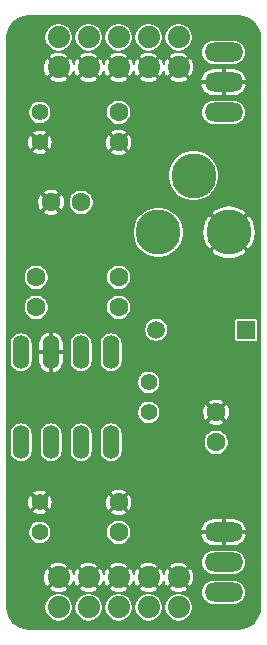
<source format=gbr>
G04 #@! TF.GenerationSoftware,KiCad,Pcbnew,(5.1.5)-3*
G04 #@! TF.CreationDate,2020-03-15T10:52:14-07:00*
G04 #@! TF.ProjectId,bbf-supply_v1,6262662d-7375-4707-906c-795f76312e6b,rev?*
G04 #@! TF.SameCoordinates,Original*
G04 #@! TF.FileFunction,Copper,L2,Bot*
G04 #@! TF.FilePolarity,Positive*
%FSLAX46Y46*%
G04 Gerber Fmt 4.6, Leading zero omitted, Abs format (unit mm)*
G04 Created by KiCad (PCBNEW (5.1.5)-3) date 2020-03-15 10:52:14*
%MOMM*%
%LPD*%
G04 APERTURE LIST*
G04 #@! TA.AperFunction,ComponentPad*
%ADD10C,3.810000*%
G04 #@! TD*
G04 #@! TA.AperFunction,ComponentPad*
%ADD11O,1.422400X2.844800*%
G04 #@! TD*
G04 #@! TA.AperFunction,ComponentPad*
%ADD12C,1.600200*%
G04 #@! TD*
G04 #@! TA.AperFunction,ComponentPad*
%ADD13O,3.251200X1.625600*%
G04 #@! TD*
G04 #@! TA.AperFunction,ComponentPad*
%ADD14C,1.509600*%
G04 #@! TD*
G04 #@! TA.AperFunction,ComponentPad*
%ADD15R,1.509600X1.509600*%
G04 #@! TD*
G04 #@! TA.AperFunction,ComponentPad*
%ADD16C,1.422400*%
G04 #@! TD*
G04 #@! TA.AperFunction,ComponentPad*
%ADD17C,1.879600*%
G04 #@! TD*
G04 #@! TA.AperFunction,Conductor*
%ADD18C,0.127000*%
G04 #@! TD*
G04 APERTURE END LIST*
D10*
G04 #@! TO.P,J1,3*
G04 #@! TO.N,Net-(D1-PadA)*
X150581100Y-97378600D03*
G04 #@! TO.P,J1,1*
G04 #@! TO.N,GND*
X156581100Y-97378600D03*
G04 #@! TO.P,J1,2*
G04 #@! TO.N,Net-(J1-Pad2)*
X153581100Y-92578600D03*
G04 #@! TD*
D11*
G04 #@! TO.P,IC2,5*
G04 #@! TO.N,Net-(C7-Pad-)*
X138976100Y-115158600D03*
G04 #@! TO.P,IC2,6*
G04 #@! TO.N,Net-(IC2-Pad6)*
X141516100Y-115158600D03*
G04 #@! TO.P,IC2,4*
G04 #@! TO.N,Net-(C4-Pad-)*
X138976100Y-107538600D03*
G04 #@! TO.P,IC2,3*
G04 #@! TO.N,GND*
X141516100Y-107538600D03*
G04 #@! TO.P,IC2,8*
G04 #@! TO.N,Net-(C3-Pad+)*
X146596100Y-115158600D03*
G04 #@! TO.P,IC2,7*
G04 #@! TO.N,Net-(C6-Pad2)*
X144056100Y-115158600D03*
G04 #@! TO.P,IC2,2*
G04 #@! TO.N,Net-(C4-Pad+)*
X144056100Y-107538600D03*
G04 #@! TO.P,IC2,1*
G04 #@! TO.N,Net-(IC2-Pad1)*
X146596100Y-107538600D03*
G04 #@! TD*
D12*
G04 #@! TO.P,C4,+*
G04 #@! TO.N,Net-(C4-Pad+)*
X140246100Y-103728600D03*
G04 #@! TO.P,C4,-*
G04 #@! TO.N,Net-(C4-Pad-)*
X140246100Y-101188600D03*
G04 #@! TD*
G04 #@! TO.P,C2,+*
G04 #@! TO.N,VCC*
X147231100Y-87218600D03*
G04 #@! TO.P,C2,-*
G04 #@! TO.N,GND*
X147231100Y-89758600D03*
G04 #@! TD*
G04 #@! TO.P,C9,+*
G04 #@! TO.N,GND*
X147231100Y-120238600D03*
G04 #@! TO.P,C9,-*
G04 #@! TO.N,VEE*
X147231100Y-122778600D03*
G04 #@! TD*
D13*
G04 #@! TO.P,IC3,OUT*
G04 #@! TO.N,VEE*
X156121100Y-127858600D03*
G04 #@! TO.P,IC3,IN*
G04 #@! TO.N,Net-(C7-Pad-)*
X156121100Y-125318600D03*
G04 #@! TO.P,IC3,GND*
G04 #@! TO.N,GND*
X156121100Y-122778600D03*
G04 #@! TD*
D12*
G04 #@! TO.P,C3,+*
G04 #@! TO.N,Net-(C3-Pad+)*
X144056100Y-94838600D03*
G04 #@! TO.P,C3,-*
G04 #@! TO.N,GND*
X141516100Y-94838600D03*
G04 #@! TD*
G04 #@! TO.P,C7,+*
G04 #@! TO.N,GND*
X155486100Y-112618600D03*
G04 #@! TO.P,C7,-*
G04 #@! TO.N,Net-(C7-Pad-)*
X155486100Y-115158600D03*
G04 #@! TD*
D13*
G04 #@! TO.P,IC1,OUT*
G04 #@! TO.N,VCC*
X156121100Y-87218600D03*
G04 #@! TO.P,IC1,GND*
G04 #@! TO.N,GND*
X156121100Y-84678600D03*
G04 #@! TO.P,IC1,IN*
G04 #@! TO.N,Net-(C3-Pad+)*
X156121100Y-82138600D03*
G04 #@! TD*
D14*
G04 #@! TO.P,D1,A*
G04 #@! TO.N,Net-(D1-PadA)*
X150406100Y-105633600D03*
D15*
G04 #@! TO.P,D1,C*
G04 #@! TO.N,Net-(C3-Pad+)*
X158026100Y-105633600D03*
G04 #@! TD*
D16*
G04 #@! TO.P,C6,2*
G04 #@! TO.N,Net-(C6-Pad2)*
X149771100Y-112618600D03*
G04 #@! TO.P,C6,1*
G04 #@! TO.N,Net-(C4-Pad+)*
X149771100Y-110078600D03*
G04 #@! TD*
D12*
G04 #@! TO.P,C5,+*
G04 #@! TO.N,Net-(C4-Pad+)*
X147231100Y-103728600D03*
G04 #@! TO.P,C5,-*
G04 #@! TO.N,Net-(C4-Pad-)*
X147231100Y-101188600D03*
G04 #@! TD*
D16*
G04 #@! TO.P,C1,2*
G04 #@! TO.N,GND*
X140563600Y-89758600D03*
G04 #@! TO.P,C1,1*
G04 #@! TO.N,VCC*
X140563600Y-87218600D03*
G04 #@! TD*
G04 #@! TO.P,C8,2*
G04 #@! TO.N,VEE*
X140563600Y-122778600D03*
G04 #@! TO.P,C8,1*
G04 #@! TO.N,GND*
X140563600Y-120238600D03*
G04 #@! TD*
D17*
G04 #@! TO.P,JP1,10*
G04 #@! TO.N,VCC*
X152311100Y-80868600D03*
G04 #@! TO.P,JP1,9*
G04 #@! TO.N,GND*
X152311100Y-83408600D03*
G04 #@! TO.P,JP1,8*
G04 #@! TO.N,VCC*
X149771100Y-80868600D03*
G04 #@! TO.P,JP1,7*
G04 #@! TO.N,GND*
X149771100Y-83408600D03*
G04 #@! TO.P,JP1,6*
G04 #@! TO.N,VCC*
X147231100Y-80868600D03*
G04 #@! TO.P,JP1,5*
G04 #@! TO.N,GND*
X147231100Y-83408600D03*
G04 #@! TO.P,JP1,4*
G04 #@! TO.N,VCC*
X144691100Y-80868600D03*
G04 #@! TO.P,JP1,3*
G04 #@! TO.N,GND*
X144691100Y-83408600D03*
G04 #@! TO.P,JP1,2*
G04 #@! TO.N,VCC*
X142151100Y-80868600D03*
G04 #@! TO.P,JP1,1*
G04 #@! TO.N,GND*
X142151100Y-83408600D03*
G04 #@! TD*
G04 #@! TO.P,JP2,10*
G04 #@! TO.N,GND*
X152311100Y-126588600D03*
G04 #@! TO.P,JP2,9*
G04 #@! TO.N,VEE*
X152311100Y-129128600D03*
G04 #@! TO.P,JP2,8*
G04 #@! TO.N,GND*
X149771100Y-126588600D03*
G04 #@! TO.P,JP2,7*
G04 #@! TO.N,VEE*
X149771100Y-129128600D03*
G04 #@! TO.P,JP2,6*
G04 #@! TO.N,GND*
X147231100Y-126588600D03*
G04 #@! TO.P,JP2,5*
G04 #@! TO.N,VEE*
X147231100Y-129128600D03*
G04 #@! TO.P,JP2,4*
G04 #@! TO.N,GND*
X144691100Y-126588600D03*
G04 #@! TO.P,JP2,3*
G04 #@! TO.N,VEE*
X144691100Y-129128600D03*
G04 #@! TO.P,JP2,2*
G04 #@! TO.N,GND*
X142151100Y-126588600D03*
G04 #@! TO.P,JP2,1*
G04 #@! TO.N,VEE*
X142151100Y-129128600D03*
G04 #@! TD*
D18*
G04 #@! TO.N,GND*
G36*
X157751902Y-79096922D02*
G01*
X158089340Y-79198800D01*
X158400568Y-79364283D01*
X158673720Y-79587060D01*
X158898403Y-79858655D01*
X159066055Y-80168719D01*
X159170286Y-80505439D01*
X159207570Y-80860165D01*
X159207600Y-80868908D01*
X159207599Y-129124268D01*
X159172588Y-129481345D01*
X159070144Y-129820652D01*
X158903745Y-130133604D01*
X158679735Y-130408266D01*
X158406636Y-130634194D01*
X158094857Y-130802772D01*
X157756271Y-130907582D01*
X157399605Y-130945070D01*
X157391083Y-130945099D01*
X139615432Y-130945099D01*
X139258355Y-130910088D01*
X138919048Y-130807644D01*
X138606096Y-130641245D01*
X138331434Y-130417235D01*
X138105506Y-130144136D01*
X137936928Y-129832357D01*
X137832118Y-129493771D01*
X137794630Y-129137105D01*
X137794601Y-129128583D01*
X137794601Y-129010085D01*
X140947800Y-129010085D01*
X140947800Y-129247115D01*
X140994042Y-129479590D01*
X141084750Y-129698576D01*
X141216436Y-129895659D01*
X141384041Y-130063264D01*
X141581124Y-130194950D01*
X141800110Y-130285658D01*
X142032585Y-130331900D01*
X142269615Y-130331900D01*
X142502090Y-130285658D01*
X142721076Y-130194950D01*
X142918159Y-130063264D01*
X143085764Y-129895659D01*
X143217450Y-129698576D01*
X143308158Y-129479590D01*
X143354400Y-129247115D01*
X143354400Y-129010085D01*
X143487800Y-129010085D01*
X143487800Y-129247115D01*
X143534042Y-129479590D01*
X143624750Y-129698576D01*
X143756436Y-129895659D01*
X143924041Y-130063264D01*
X144121124Y-130194950D01*
X144340110Y-130285658D01*
X144572585Y-130331900D01*
X144809615Y-130331900D01*
X145042090Y-130285658D01*
X145261076Y-130194950D01*
X145458159Y-130063264D01*
X145625764Y-129895659D01*
X145757450Y-129698576D01*
X145848158Y-129479590D01*
X145894400Y-129247115D01*
X145894400Y-129010085D01*
X146027800Y-129010085D01*
X146027800Y-129247115D01*
X146074042Y-129479590D01*
X146164750Y-129698576D01*
X146296436Y-129895659D01*
X146464041Y-130063264D01*
X146661124Y-130194950D01*
X146880110Y-130285658D01*
X147112585Y-130331900D01*
X147349615Y-130331900D01*
X147582090Y-130285658D01*
X147801076Y-130194950D01*
X147998159Y-130063264D01*
X148165764Y-129895659D01*
X148297450Y-129698576D01*
X148388158Y-129479590D01*
X148434400Y-129247115D01*
X148434400Y-129010085D01*
X148567800Y-129010085D01*
X148567800Y-129247115D01*
X148614042Y-129479590D01*
X148704750Y-129698576D01*
X148836436Y-129895659D01*
X149004041Y-130063264D01*
X149201124Y-130194950D01*
X149420110Y-130285658D01*
X149652585Y-130331900D01*
X149889615Y-130331900D01*
X150122090Y-130285658D01*
X150341076Y-130194950D01*
X150538159Y-130063264D01*
X150705764Y-129895659D01*
X150837450Y-129698576D01*
X150928158Y-129479590D01*
X150974400Y-129247115D01*
X150974400Y-129010085D01*
X151107800Y-129010085D01*
X151107800Y-129247115D01*
X151154042Y-129479590D01*
X151244750Y-129698576D01*
X151376436Y-129895659D01*
X151544041Y-130063264D01*
X151741124Y-130194950D01*
X151960110Y-130285658D01*
X152192585Y-130331900D01*
X152429615Y-130331900D01*
X152662090Y-130285658D01*
X152881076Y-130194950D01*
X153078159Y-130063264D01*
X153245764Y-129895659D01*
X153377450Y-129698576D01*
X153468158Y-129479590D01*
X153514400Y-129247115D01*
X153514400Y-129010085D01*
X153468158Y-128777610D01*
X153377450Y-128558624D01*
X153245764Y-128361541D01*
X153078159Y-128193936D01*
X152881076Y-128062250D01*
X152662090Y-127971542D01*
X152429615Y-127925300D01*
X152192585Y-127925300D01*
X151960110Y-127971542D01*
X151741124Y-128062250D01*
X151544041Y-128193936D01*
X151376436Y-128361541D01*
X151244750Y-128558624D01*
X151154042Y-128777610D01*
X151107800Y-129010085D01*
X150974400Y-129010085D01*
X150928158Y-128777610D01*
X150837450Y-128558624D01*
X150705764Y-128361541D01*
X150538159Y-128193936D01*
X150341076Y-128062250D01*
X150122090Y-127971542D01*
X149889615Y-127925300D01*
X149652585Y-127925300D01*
X149420110Y-127971542D01*
X149201124Y-128062250D01*
X149004041Y-128193936D01*
X148836436Y-128361541D01*
X148704750Y-128558624D01*
X148614042Y-128777610D01*
X148567800Y-129010085D01*
X148434400Y-129010085D01*
X148388158Y-128777610D01*
X148297450Y-128558624D01*
X148165764Y-128361541D01*
X147998159Y-128193936D01*
X147801076Y-128062250D01*
X147582090Y-127971542D01*
X147349615Y-127925300D01*
X147112585Y-127925300D01*
X146880110Y-127971542D01*
X146661124Y-128062250D01*
X146464041Y-128193936D01*
X146296436Y-128361541D01*
X146164750Y-128558624D01*
X146074042Y-128777610D01*
X146027800Y-129010085D01*
X145894400Y-129010085D01*
X145848158Y-128777610D01*
X145757450Y-128558624D01*
X145625764Y-128361541D01*
X145458159Y-128193936D01*
X145261076Y-128062250D01*
X145042090Y-127971542D01*
X144809615Y-127925300D01*
X144572585Y-127925300D01*
X144340110Y-127971542D01*
X144121124Y-128062250D01*
X143924041Y-128193936D01*
X143756436Y-128361541D01*
X143624750Y-128558624D01*
X143534042Y-128777610D01*
X143487800Y-129010085D01*
X143354400Y-129010085D01*
X143308158Y-128777610D01*
X143217450Y-128558624D01*
X143085764Y-128361541D01*
X142918159Y-128193936D01*
X142721076Y-128062250D01*
X142502090Y-127971542D01*
X142269615Y-127925300D01*
X142032585Y-127925300D01*
X141800110Y-127971542D01*
X141581124Y-128062250D01*
X141384041Y-128193936D01*
X141216436Y-128361541D01*
X141084750Y-128558624D01*
X140994042Y-128777610D01*
X140947800Y-129010085D01*
X137794601Y-129010085D01*
X137794601Y-127512817D01*
X141352041Y-127512817D01*
X141452324Y-127700949D01*
X141682759Y-127815900D01*
X141931193Y-127883686D01*
X142188077Y-127901703D01*
X142443541Y-127869258D01*
X142687766Y-127787599D01*
X142849876Y-127700949D01*
X142950159Y-127512817D01*
X143892041Y-127512817D01*
X143992324Y-127700949D01*
X144222759Y-127815900D01*
X144471193Y-127883686D01*
X144728077Y-127901703D01*
X144983541Y-127869258D01*
X145227766Y-127787599D01*
X145389876Y-127700949D01*
X145490159Y-127512817D01*
X146432041Y-127512817D01*
X146532324Y-127700949D01*
X146762759Y-127815900D01*
X147011193Y-127883686D01*
X147268077Y-127901703D01*
X147523541Y-127869258D01*
X147767766Y-127787599D01*
X147929876Y-127700949D01*
X148030159Y-127512817D01*
X148972041Y-127512817D01*
X149072324Y-127700949D01*
X149302759Y-127815900D01*
X149551193Y-127883686D01*
X149808077Y-127901703D01*
X150063541Y-127869258D01*
X150307766Y-127787599D01*
X150469876Y-127700949D01*
X150570159Y-127512817D01*
X151512041Y-127512817D01*
X151612324Y-127700949D01*
X151842759Y-127815900D01*
X152091193Y-127883686D01*
X152348077Y-127901703D01*
X152603541Y-127869258D01*
X152635416Y-127858600D01*
X154226793Y-127858600D01*
X154247574Y-128069592D01*
X154309118Y-128272475D01*
X154409060Y-128459453D01*
X154543559Y-128623341D01*
X154707447Y-128757840D01*
X154894425Y-128857782D01*
X155097308Y-128919326D01*
X155255433Y-128934900D01*
X156986767Y-128934900D01*
X157144892Y-128919326D01*
X157347775Y-128857782D01*
X157534753Y-128757840D01*
X157698641Y-128623341D01*
X157833140Y-128459453D01*
X157933082Y-128272475D01*
X157994626Y-128069592D01*
X158015407Y-127858600D01*
X157994626Y-127647608D01*
X157933082Y-127444725D01*
X157833140Y-127257747D01*
X157698641Y-127093859D01*
X157534753Y-126959360D01*
X157347775Y-126859418D01*
X157144892Y-126797874D01*
X156986767Y-126782300D01*
X155255433Y-126782300D01*
X155097308Y-126797874D01*
X154894425Y-126859418D01*
X154707447Y-126959360D01*
X154543559Y-127093859D01*
X154409060Y-127257747D01*
X154309118Y-127444725D01*
X154247574Y-127647608D01*
X154226793Y-127858600D01*
X152635416Y-127858600D01*
X152847766Y-127787599D01*
X153009876Y-127700949D01*
X153110159Y-127512817D01*
X152311100Y-126713758D01*
X151512041Y-127512817D01*
X150570159Y-127512817D01*
X149771100Y-126713758D01*
X148972041Y-127512817D01*
X148030159Y-127512817D01*
X147231100Y-126713758D01*
X146432041Y-127512817D01*
X145490159Y-127512817D01*
X144691100Y-126713758D01*
X143892041Y-127512817D01*
X142950159Y-127512817D01*
X142151100Y-126713758D01*
X141352041Y-127512817D01*
X137794601Y-127512817D01*
X137794601Y-126625577D01*
X140837997Y-126625577D01*
X140870442Y-126881041D01*
X140952101Y-127125266D01*
X141038751Y-127287376D01*
X141226883Y-127387659D01*
X142025942Y-126588600D01*
X142276258Y-126588600D01*
X143075317Y-127387659D01*
X143263449Y-127287376D01*
X143378400Y-127056941D01*
X143419226Y-126907313D01*
X143492101Y-127125266D01*
X143578751Y-127287376D01*
X143766883Y-127387659D01*
X144565942Y-126588600D01*
X144816258Y-126588600D01*
X145615317Y-127387659D01*
X145803449Y-127287376D01*
X145918400Y-127056941D01*
X145959226Y-126907313D01*
X146032101Y-127125266D01*
X146118751Y-127287376D01*
X146306883Y-127387659D01*
X147105942Y-126588600D01*
X147356258Y-126588600D01*
X148155317Y-127387659D01*
X148343449Y-127287376D01*
X148458400Y-127056941D01*
X148499226Y-126907313D01*
X148572101Y-127125266D01*
X148658751Y-127287376D01*
X148846883Y-127387659D01*
X149645942Y-126588600D01*
X149896258Y-126588600D01*
X150695317Y-127387659D01*
X150883449Y-127287376D01*
X150998400Y-127056941D01*
X151039226Y-126907313D01*
X151112101Y-127125266D01*
X151198751Y-127287376D01*
X151386883Y-127387659D01*
X152185942Y-126588600D01*
X152436258Y-126588600D01*
X153235317Y-127387659D01*
X153423449Y-127287376D01*
X153538400Y-127056941D01*
X153606186Y-126808507D01*
X153624203Y-126551623D01*
X153591758Y-126296159D01*
X153510099Y-126051934D01*
X153423449Y-125889824D01*
X153235317Y-125789541D01*
X152436258Y-126588600D01*
X152185942Y-126588600D01*
X151386883Y-125789541D01*
X151198751Y-125889824D01*
X151083800Y-126120259D01*
X151042974Y-126269887D01*
X150970099Y-126051934D01*
X150883449Y-125889824D01*
X150695317Y-125789541D01*
X149896258Y-126588600D01*
X149645942Y-126588600D01*
X148846883Y-125789541D01*
X148658751Y-125889824D01*
X148543800Y-126120259D01*
X148502974Y-126269887D01*
X148430099Y-126051934D01*
X148343449Y-125889824D01*
X148155317Y-125789541D01*
X147356258Y-126588600D01*
X147105942Y-126588600D01*
X146306883Y-125789541D01*
X146118751Y-125889824D01*
X146003800Y-126120259D01*
X145962974Y-126269887D01*
X145890099Y-126051934D01*
X145803449Y-125889824D01*
X145615317Y-125789541D01*
X144816258Y-126588600D01*
X144565942Y-126588600D01*
X143766883Y-125789541D01*
X143578751Y-125889824D01*
X143463800Y-126120259D01*
X143422974Y-126269887D01*
X143350099Y-126051934D01*
X143263449Y-125889824D01*
X143075317Y-125789541D01*
X142276258Y-126588600D01*
X142025942Y-126588600D01*
X141226883Y-125789541D01*
X141038751Y-125889824D01*
X140923800Y-126120259D01*
X140856014Y-126368693D01*
X140837997Y-126625577D01*
X137794601Y-126625577D01*
X137794601Y-125664383D01*
X141352041Y-125664383D01*
X142151100Y-126463442D01*
X142950159Y-125664383D01*
X143892041Y-125664383D01*
X144691100Y-126463442D01*
X145490159Y-125664383D01*
X146432041Y-125664383D01*
X147231100Y-126463442D01*
X148030159Y-125664383D01*
X148972041Y-125664383D01*
X149771100Y-126463442D01*
X150570159Y-125664383D01*
X151512041Y-125664383D01*
X152311100Y-126463442D01*
X153110159Y-125664383D01*
X153009876Y-125476251D01*
X152779441Y-125361300D01*
X152622947Y-125318600D01*
X154226793Y-125318600D01*
X154247574Y-125529592D01*
X154309118Y-125732475D01*
X154409060Y-125919453D01*
X154543559Y-126083341D01*
X154707447Y-126217840D01*
X154894425Y-126317782D01*
X155097308Y-126379326D01*
X155255433Y-126394900D01*
X156986767Y-126394900D01*
X157144892Y-126379326D01*
X157347775Y-126317782D01*
X157534753Y-126217840D01*
X157698641Y-126083341D01*
X157833140Y-125919453D01*
X157933082Y-125732475D01*
X157994626Y-125529592D01*
X158015407Y-125318600D01*
X157994626Y-125107608D01*
X157933082Y-124904725D01*
X157833140Y-124717747D01*
X157698641Y-124553859D01*
X157534753Y-124419360D01*
X157347775Y-124319418D01*
X157144892Y-124257874D01*
X156986767Y-124242300D01*
X155255433Y-124242300D01*
X155097308Y-124257874D01*
X154894425Y-124319418D01*
X154707447Y-124419360D01*
X154543559Y-124553859D01*
X154409060Y-124717747D01*
X154309118Y-124904725D01*
X154247574Y-125107608D01*
X154226793Y-125318600D01*
X152622947Y-125318600D01*
X152531007Y-125293514D01*
X152274123Y-125275497D01*
X152018659Y-125307942D01*
X151774434Y-125389601D01*
X151612324Y-125476251D01*
X151512041Y-125664383D01*
X150570159Y-125664383D01*
X150469876Y-125476251D01*
X150239441Y-125361300D01*
X149991007Y-125293514D01*
X149734123Y-125275497D01*
X149478659Y-125307942D01*
X149234434Y-125389601D01*
X149072324Y-125476251D01*
X148972041Y-125664383D01*
X148030159Y-125664383D01*
X147929876Y-125476251D01*
X147699441Y-125361300D01*
X147451007Y-125293514D01*
X147194123Y-125275497D01*
X146938659Y-125307942D01*
X146694434Y-125389601D01*
X146532324Y-125476251D01*
X146432041Y-125664383D01*
X145490159Y-125664383D01*
X145389876Y-125476251D01*
X145159441Y-125361300D01*
X144911007Y-125293514D01*
X144654123Y-125275497D01*
X144398659Y-125307942D01*
X144154434Y-125389601D01*
X143992324Y-125476251D01*
X143892041Y-125664383D01*
X142950159Y-125664383D01*
X142849876Y-125476251D01*
X142619441Y-125361300D01*
X142371007Y-125293514D01*
X142114123Y-125275497D01*
X141858659Y-125307942D01*
X141614434Y-125389601D01*
X141452324Y-125476251D01*
X141352041Y-125664383D01*
X137794601Y-125664383D01*
X137794601Y-122682600D01*
X139588900Y-122682600D01*
X139588900Y-122874600D01*
X139626357Y-123062909D01*
X139699832Y-123240294D01*
X139806501Y-123399935D01*
X139942265Y-123535699D01*
X140101906Y-123642368D01*
X140279291Y-123715843D01*
X140467600Y-123753300D01*
X140659600Y-123753300D01*
X140847909Y-123715843D01*
X141025294Y-123642368D01*
X141184935Y-123535699D01*
X141320699Y-123399935D01*
X141427368Y-123240294D01*
X141500843Y-123062909D01*
X141538300Y-122874600D01*
X141538300Y-122682600D01*
X141536559Y-122673845D01*
X146167500Y-122673845D01*
X146167500Y-122883355D01*
X146208374Y-123088841D01*
X146288550Y-123282403D01*
X146404948Y-123456605D01*
X146553095Y-123604752D01*
X146727297Y-123721150D01*
X146920859Y-123801326D01*
X147126345Y-123842200D01*
X147335855Y-123842200D01*
X147541341Y-123801326D01*
X147734903Y-123721150D01*
X147909105Y-123604752D01*
X148057252Y-123456605D01*
X148173650Y-123282403D01*
X148253826Y-123088841D01*
X148261526Y-123050130D01*
X154159658Y-123050130D01*
X154183978Y-123148518D01*
X154277749Y-123360754D01*
X154411123Y-123550619D01*
X154578975Y-123710815D01*
X154774855Y-123835187D01*
X154991235Y-123918955D01*
X155219800Y-123958900D01*
X156032600Y-123958900D01*
X156032600Y-122867100D01*
X156209600Y-122867100D01*
X156209600Y-123958900D01*
X157022400Y-123958900D01*
X157250965Y-123918955D01*
X157467345Y-123835187D01*
X157663225Y-123710815D01*
X157831077Y-123550619D01*
X157964451Y-123360754D01*
X158058222Y-123148518D01*
X158082542Y-123050130D01*
X158018721Y-122867100D01*
X156209600Y-122867100D01*
X156032600Y-122867100D01*
X154223479Y-122867100D01*
X154159658Y-123050130D01*
X148261526Y-123050130D01*
X148294700Y-122883355D01*
X148294700Y-122673845D01*
X148261527Y-122507070D01*
X154159658Y-122507070D01*
X154223479Y-122690100D01*
X156032600Y-122690100D01*
X156032600Y-121598300D01*
X156209600Y-121598300D01*
X156209600Y-122690100D01*
X158018721Y-122690100D01*
X158082542Y-122507070D01*
X158058222Y-122408682D01*
X157964451Y-122196446D01*
X157831077Y-122006581D01*
X157663225Y-121846385D01*
X157467345Y-121722013D01*
X157250965Y-121638245D01*
X157022400Y-121598300D01*
X156209600Y-121598300D01*
X156032600Y-121598300D01*
X155219800Y-121598300D01*
X154991235Y-121638245D01*
X154774855Y-121722013D01*
X154578975Y-121846385D01*
X154411123Y-122006581D01*
X154277749Y-122196446D01*
X154183978Y-122408682D01*
X154159658Y-122507070D01*
X148261527Y-122507070D01*
X148253826Y-122468359D01*
X148173650Y-122274797D01*
X148057252Y-122100595D01*
X147909105Y-121952448D01*
X147734903Y-121836050D01*
X147541341Y-121755874D01*
X147335855Y-121715000D01*
X147126345Y-121715000D01*
X146920859Y-121755874D01*
X146727297Y-121836050D01*
X146553095Y-121952448D01*
X146404948Y-122100595D01*
X146288550Y-122274797D01*
X146208374Y-122468359D01*
X146167500Y-122673845D01*
X141536559Y-122673845D01*
X141500843Y-122494291D01*
X141427368Y-122316906D01*
X141320699Y-122157265D01*
X141184935Y-122021501D01*
X141025294Y-121914832D01*
X140847909Y-121841357D01*
X140659600Y-121803900D01*
X140467600Y-121803900D01*
X140279291Y-121841357D01*
X140101906Y-121914832D01*
X139942265Y-122021501D01*
X139806501Y-122157265D01*
X139699832Y-122316906D01*
X139626357Y-122494291D01*
X139588900Y-122682600D01*
X137794601Y-122682600D01*
X137794601Y-120999863D01*
X139927495Y-120999863D01*
X140000214Y-121164600D01*
X140191694Y-121256719D01*
X140397465Y-121309711D01*
X140609621Y-121321541D01*
X140820009Y-121291754D01*
X141020542Y-121221495D01*
X141126986Y-121164600D01*
X141171719Y-121063261D01*
X146531597Y-121063261D01*
X146615044Y-121237093D01*
X146821678Y-121338094D01*
X147044046Y-121396842D01*
X147273603Y-121411079D01*
X147501525Y-121380259D01*
X147719056Y-121305565D01*
X147847156Y-121237093D01*
X147930603Y-121063261D01*
X147231100Y-120363758D01*
X146531597Y-121063261D01*
X141171719Y-121063261D01*
X141199705Y-120999863D01*
X140563600Y-120363758D01*
X139927495Y-120999863D01*
X137794601Y-120999863D01*
X137794601Y-120284621D01*
X139480659Y-120284621D01*
X139510446Y-120495009D01*
X139580705Y-120695542D01*
X139637600Y-120801986D01*
X139802337Y-120874705D01*
X140438442Y-120238600D01*
X140688758Y-120238600D01*
X141324863Y-120874705D01*
X141489600Y-120801986D01*
X141581719Y-120610506D01*
X141634711Y-120404735D01*
X141641604Y-120281103D01*
X146058621Y-120281103D01*
X146089441Y-120509025D01*
X146164135Y-120726556D01*
X146232607Y-120854656D01*
X146406439Y-120938103D01*
X147105942Y-120238600D01*
X147356258Y-120238600D01*
X148055761Y-120938103D01*
X148229593Y-120854656D01*
X148330594Y-120648022D01*
X148389342Y-120425654D01*
X148403579Y-120196097D01*
X148372759Y-119968175D01*
X148298065Y-119750644D01*
X148229593Y-119622544D01*
X148055761Y-119539097D01*
X147356258Y-120238600D01*
X147105942Y-120238600D01*
X146406439Y-119539097D01*
X146232607Y-119622544D01*
X146131606Y-119829178D01*
X146072858Y-120051546D01*
X146058621Y-120281103D01*
X141641604Y-120281103D01*
X141646541Y-120192579D01*
X141616754Y-119982191D01*
X141546495Y-119781658D01*
X141489600Y-119675214D01*
X141324863Y-119602495D01*
X140688758Y-120238600D01*
X140438442Y-120238600D01*
X139802337Y-119602495D01*
X139637600Y-119675214D01*
X139545481Y-119866694D01*
X139492489Y-120072465D01*
X139480659Y-120284621D01*
X137794601Y-120284621D01*
X137794601Y-119477337D01*
X139927495Y-119477337D01*
X140563600Y-120113442D01*
X141199705Y-119477337D01*
X141171720Y-119413939D01*
X146531597Y-119413939D01*
X147231100Y-120113442D01*
X147930603Y-119413939D01*
X147847156Y-119240107D01*
X147640522Y-119139106D01*
X147418154Y-119080358D01*
X147188597Y-119066121D01*
X146960675Y-119096941D01*
X146743144Y-119171635D01*
X146615044Y-119240107D01*
X146531597Y-119413939D01*
X141171720Y-119413939D01*
X141126986Y-119312600D01*
X140935506Y-119220481D01*
X140729735Y-119167489D01*
X140517579Y-119155659D01*
X140307191Y-119185446D01*
X140106658Y-119255705D01*
X140000214Y-119312600D01*
X139927495Y-119477337D01*
X137794601Y-119477337D01*
X137794601Y-115917682D01*
X138001400Y-115917682D01*
X138015503Y-116060874D01*
X138071238Y-116244605D01*
X138161745Y-116413934D01*
X138283548Y-116562352D01*
X138431966Y-116684155D01*
X138601294Y-116774662D01*
X138785025Y-116830397D01*
X138976100Y-116849216D01*
X139167174Y-116830397D01*
X139350905Y-116774662D01*
X139520234Y-116684155D01*
X139668652Y-116562352D01*
X139790455Y-116413934D01*
X139880962Y-116244606D01*
X139936697Y-116060875D01*
X139950800Y-115917683D01*
X139950800Y-115917682D01*
X140541400Y-115917682D01*
X140555503Y-116060874D01*
X140611238Y-116244605D01*
X140701745Y-116413934D01*
X140823548Y-116562352D01*
X140971966Y-116684155D01*
X141141294Y-116774662D01*
X141325025Y-116830397D01*
X141516100Y-116849216D01*
X141707174Y-116830397D01*
X141890905Y-116774662D01*
X142060234Y-116684155D01*
X142208652Y-116562352D01*
X142330455Y-116413934D01*
X142420962Y-116244606D01*
X142476697Y-116060875D01*
X142490800Y-115917683D01*
X142490800Y-115917682D01*
X143081400Y-115917682D01*
X143095503Y-116060874D01*
X143151238Y-116244605D01*
X143241745Y-116413934D01*
X143363548Y-116562352D01*
X143511966Y-116684155D01*
X143681294Y-116774662D01*
X143865025Y-116830397D01*
X144056100Y-116849216D01*
X144247174Y-116830397D01*
X144430905Y-116774662D01*
X144600234Y-116684155D01*
X144748652Y-116562352D01*
X144870455Y-116413934D01*
X144960962Y-116244606D01*
X145016697Y-116060875D01*
X145030800Y-115917683D01*
X145030800Y-115917682D01*
X145621400Y-115917682D01*
X145635503Y-116060874D01*
X145691238Y-116244605D01*
X145781745Y-116413934D01*
X145903548Y-116562352D01*
X146051966Y-116684155D01*
X146221294Y-116774662D01*
X146405025Y-116830397D01*
X146596100Y-116849216D01*
X146787174Y-116830397D01*
X146970905Y-116774662D01*
X147140234Y-116684155D01*
X147288652Y-116562352D01*
X147410455Y-116413934D01*
X147500962Y-116244606D01*
X147556697Y-116060875D01*
X147570800Y-115917683D01*
X147570800Y-115053845D01*
X154422500Y-115053845D01*
X154422500Y-115263355D01*
X154463374Y-115468841D01*
X154543550Y-115662403D01*
X154659948Y-115836605D01*
X154808095Y-115984752D01*
X154982297Y-116101150D01*
X155175859Y-116181326D01*
X155381345Y-116222200D01*
X155590855Y-116222200D01*
X155796341Y-116181326D01*
X155989903Y-116101150D01*
X156164105Y-115984752D01*
X156312252Y-115836605D01*
X156428650Y-115662403D01*
X156508826Y-115468841D01*
X156549700Y-115263355D01*
X156549700Y-115053845D01*
X156508826Y-114848359D01*
X156428650Y-114654797D01*
X156312252Y-114480595D01*
X156164105Y-114332448D01*
X155989903Y-114216050D01*
X155796341Y-114135874D01*
X155590855Y-114095000D01*
X155381345Y-114095000D01*
X155175859Y-114135874D01*
X154982297Y-114216050D01*
X154808095Y-114332448D01*
X154659948Y-114480595D01*
X154543550Y-114654797D01*
X154463374Y-114848359D01*
X154422500Y-115053845D01*
X147570800Y-115053845D01*
X147570800Y-114399517D01*
X147556697Y-114256325D01*
X147500962Y-114072594D01*
X147410455Y-113903266D01*
X147288652Y-113754848D01*
X147140234Y-113633045D01*
X146970906Y-113542538D01*
X146787175Y-113486803D01*
X146596100Y-113467984D01*
X146405026Y-113486803D01*
X146221295Y-113542538D01*
X146051967Y-113633045D01*
X145903549Y-113754848D01*
X145781746Y-113903266D01*
X145691239Y-114072594D01*
X145635504Y-114256325D01*
X145621401Y-114399517D01*
X145621400Y-115917682D01*
X145030800Y-115917682D01*
X145030800Y-114399517D01*
X145016697Y-114256325D01*
X144960962Y-114072594D01*
X144870455Y-113903266D01*
X144748652Y-113754848D01*
X144600234Y-113633045D01*
X144430906Y-113542538D01*
X144247175Y-113486803D01*
X144056100Y-113467984D01*
X143865026Y-113486803D01*
X143681295Y-113542538D01*
X143511967Y-113633045D01*
X143363549Y-113754848D01*
X143241746Y-113903266D01*
X143151239Y-114072594D01*
X143095504Y-114256325D01*
X143081401Y-114399517D01*
X143081400Y-115917682D01*
X142490800Y-115917682D01*
X142490800Y-114399517D01*
X142476697Y-114256325D01*
X142420962Y-114072594D01*
X142330455Y-113903266D01*
X142208652Y-113754848D01*
X142060234Y-113633045D01*
X141890906Y-113542538D01*
X141707175Y-113486803D01*
X141516100Y-113467984D01*
X141325026Y-113486803D01*
X141141295Y-113542538D01*
X140971967Y-113633045D01*
X140823549Y-113754848D01*
X140701746Y-113903266D01*
X140611239Y-114072594D01*
X140555504Y-114256325D01*
X140541401Y-114399517D01*
X140541400Y-115917682D01*
X139950800Y-115917682D01*
X139950800Y-114399517D01*
X139936697Y-114256325D01*
X139880962Y-114072594D01*
X139790455Y-113903266D01*
X139668652Y-113754848D01*
X139520234Y-113633045D01*
X139350906Y-113542538D01*
X139167175Y-113486803D01*
X138976100Y-113467984D01*
X138785026Y-113486803D01*
X138601295Y-113542538D01*
X138431967Y-113633045D01*
X138283549Y-113754848D01*
X138161746Y-113903266D01*
X138071239Y-114072594D01*
X138015504Y-114256325D01*
X138001401Y-114399517D01*
X138001400Y-115917682D01*
X137794601Y-115917682D01*
X137794601Y-112522600D01*
X148796400Y-112522600D01*
X148796400Y-112714600D01*
X148833857Y-112902909D01*
X148907332Y-113080294D01*
X149014001Y-113239935D01*
X149149765Y-113375699D01*
X149309406Y-113482368D01*
X149486791Y-113555843D01*
X149675100Y-113593300D01*
X149867100Y-113593300D01*
X150055409Y-113555843D01*
X150232794Y-113482368D01*
X150291321Y-113443261D01*
X154786597Y-113443261D01*
X154870044Y-113617093D01*
X155076678Y-113718094D01*
X155299046Y-113776842D01*
X155528603Y-113791079D01*
X155756525Y-113760259D01*
X155974056Y-113685565D01*
X156102156Y-113617093D01*
X156185603Y-113443261D01*
X155486100Y-112743758D01*
X154786597Y-113443261D01*
X150291321Y-113443261D01*
X150392435Y-113375699D01*
X150528199Y-113239935D01*
X150634868Y-113080294D01*
X150708343Y-112902909D01*
X150745800Y-112714600D01*
X150745800Y-112661103D01*
X154313621Y-112661103D01*
X154344441Y-112889025D01*
X154419135Y-113106556D01*
X154487607Y-113234656D01*
X154661439Y-113318103D01*
X155360942Y-112618600D01*
X155611258Y-112618600D01*
X156310761Y-113318103D01*
X156484593Y-113234656D01*
X156585594Y-113028022D01*
X156644342Y-112805654D01*
X156658579Y-112576097D01*
X156627759Y-112348175D01*
X156553065Y-112130644D01*
X156484593Y-112002544D01*
X156310761Y-111919097D01*
X155611258Y-112618600D01*
X155360942Y-112618600D01*
X154661439Y-111919097D01*
X154487607Y-112002544D01*
X154386606Y-112209178D01*
X154327858Y-112431546D01*
X154313621Y-112661103D01*
X150745800Y-112661103D01*
X150745800Y-112522600D01*
X150708343Y-112334291D01*
X150634868Y-112156906D01*
X150528199Y-111997265D01*
X150392435Y-111861501D01*
X150291322Y-111793939D01*
X154786597Y-111793939D01*
X155486100Y-112493442D01*
X156185603Y-111793939D01*
X156102156Y-111620107D01*
X155895522Y-111519106D01*
X155673154Y-111460358D01*
X155443597Y-111446121D01*
X155215675Y-111476941D01*
X154998144Y-111551635D01*
X154870044Y-111620107D01*
X154786597Y-111793939D01*
X150291322Y-111793939D01*
X150232794Y-111754832D01*
X150055409Y-111681357D01*
X149867100Y-111643900D01*
X149675100Y-111643900D01*
X149486791Y-111681357D01*
X149309406Y-111754832D01*
X149149765Y-111861501D01*
X149014001Y-111997265D01*
X148907332Y-112156906D01*
X148833857Y-112334291D01*
X148796400Y-112522600D01*
X137794601Y-112522600D01*
X137794601Y-109982600D01*
X148796400Y-109982600D01*
X148796400Y-110174600D01*
X148833857Y-110362909D01*
X148907332Y-110540294D01*
X149014001Y-110699935D01*
X149149765Y-110835699D01*
X149309406Y-110942368D01*
X149486791Y-111015843D01*
X149675100Y-111053300D01*
X149867100Y-111053300D01*
X150055409Y-111015843D01*
X150232794Y-110942368D01*
X150392435Y-110835699D01*
X150528199Y-110699935D01*
X150634868Y-110540294D01*
X150708343Y-110362909D01*
X150745800Y-110174600D01*
X150745800Y-109982600D01*
X150708343Y-109794291D01*
X150634868Y-109616906D01*
X150528199Y-109457265D01*
X150392435Y-109321501D01*
X150232794Y-109214832D01*
X150055409Y-109141357D01*
X149867100Y-109103900D01*
X149675100Y-109103900D01*
X149486791Y-109141357D01*
X149309406Y-109214832D01*
X149149765Y-109321501D01*
X149014001Y-109457265D01*
X148907332Y-109616906D01*
X148833857Y-109794291D01*
X148796400Y-109982600D01*
X137794601Y-109982600D01*
X137794601Y-108297682D01*
X138001400Y-108297682D01*
X138015503Y-108440874D01*
X138071238Y-108624605D01*
X138161745Y-108793934D01*
X138283548Y-108942352D01*
X138431966Y-109064155D01*
X138601294Y-109154662D01*
X138785025Y-109210397D01*
X138976100Y-109229216D01*
X139167174Y-109210397D01*
X139350905Y-109154662D01*
X139520234Y-109064155D01*
X139668652Y-108942352D01*
X139790455Y-108793934D01*
X139880962Y-108624606D01*
X139936697Y-108440875D01*
X139950800Y-108297683D01*
X139950800Y-107627100D01*
X140437400Y-107627100D01*
X140437400Y-108338300D01*
X140475392Y-108547043D01*
X140553378Y-108744364D01*
X140668361Y-108922679D01*
X140815922Y-109075135D01*
X140990391Y-109195874D01*
X141185062Y-109280256D01*
X141260513Y-109297783D01*
X141427600Y-109232649D01*
X141427600Y-107627100D01*
X141604600Y-107627100D01*
X141604600Y-109232649D01*
X141771687Y-109297783D01*
X141847138Y-109280256D01*
X142041809Y-109195874D01*
X142216278Y-109075135D01*
X142363839Y-108922679D01*
X142478822Y-108744364D01*
X142556808Y-108547043D01*
X142594800Y-108338300D01*
X142594800Y-108297682D01*
X143081400Y-108297682D01*
X143095503Y-108440874D01*
X143151238Y-108624605D01*
X143241745Y-108793934D01*
X143363548Y-108942352D01*
X143511966Y-109064155D01*
X143681294Y-109154662D01*
X143865025Y-109210397D01*
X144056100Y-109229216D01*
X144247174Y-109210397D01*
X144430905Y-109154662D01*
X144600234Y-109064155D01*
X144748652Y-108942352D01*
X144870455Y-108793934D01*
X144960962Y-108624606D01*
X145016697Y-108440875D01*
X145030800Y-108297683D01*
X145030800Y-108297682D01*
X145621400Y-108297682D01*
X145635503Y-108440874D01*
X145691238Y-108624605D01*
X145781745Y-108793934D01*
X145903548Y-108942352D01*
X146051966Y-109064155D01*
X146221294Y-109154662D01*
X146405025Y-109210397D01*
X146596100Y-109229216D01*
X146787174Y-109210397D01*
X146970905Y-109154662D01*
X147140234Y-109064155D01*
X147288652Y-108942352D01*
X147410455Y-108793934D01*
X147500962Y-108624606D01*
X147556697Y-108440875D01*
X147570800Y-108297683D01*
X147570800Y-106779517D01*
X147556697Y-106636325D01*
X147500962Y-106452594D01*
X147410455Y-106283266D01*
X147288652Y-106134848D01*
X147140234Y-106013045D01*
X146970906Y-105922538D01*
X146787175Y-105866803D01*
X146596100Y-105847984D01*
X146405026Y-105866803D01*
X146221295Y-105922538D01*
X146051967Y-106013045D01*
X145903549Y-106134848D01*
X145781746Y-106283266D01*
X145691239Y-106452594D01*
X145635504Y-106636325D01*
X145621401Y-106779517D01*
X145621400Y-108297682D01*
X145030800Y-108297682D01*
X145030800Y-106779517D01*
X145016697Y-106636325D01*
X144960962Y-106452594D01*
X144870455Y-106283266D01*
X144748652Y-106134848D01*
X144600234Y-106013045D01*
X144430906Y-105922538D01*
X144247175Y-105866803D01*
X144056100Y-105847984D01*
X143865026Y-105866803D01*
X143681295Y-105922538D01*
X143511967Y-106013045D01*
X143363549Y-106134848D01*
X143241746Y-106283266D01*
X143151239Y-106452594D01*
X143095504Y-106636325D01*
X143081401Y-106779517D01*
X143081400Y-108297682D01*
X142594800Y-108297682D01*
X142594800Y-107627100D01*
X141604600Y-107627100D01*
X141427600Y-107627100D01*
X140437400Y-107627100D01*
X139950800Y-107627100D01*
X139950800Y-106779517D01*
X139946800Y-106738900D01*
X140437400Y-106738900D01*
X140437400Y-107450100D01*
X141427600Y-107450100D01*
X141427600Y-105844551D01*
X141604600Y-105844551D01*
X141604600Y-107450100D01*
X142594800Y-107450100D01*
X142594800Y-106738900D01*
X142556808Y-106530157D01*
X142478822Y-106332836D01*
X142363839Y-106154521D01*
X142216278Y-106002065D01*
X142041809Y-105881326D01*
X141847138Y-105796944D01*
X141771687Y-105779417D01*
X141604600Y-105844551D01*
X141427600Y-105844551D01*
X141260513Y-105779417D01*
X141185062Y-105796944D01*
X140990391Y-105881326D01*
X140815922Y-106002065D01*
X140668361Y-106154521D01*
X140553378Y-106332836D01*
X140475392Y-106530157D01*
X140437400Y-106738900D01*
X139946800Y-106738900D01*
X139936697Y-106636325D01*
X139880962Y-106452594D01*
X139790455Y-106283266D01*
X139668652Y-106134848D01*
X139520234Y-106013045D01*
X139350906Y-105922538D01*
X139167175Y-105866803D01*
X138976100Y-105847984D01*
X138785026Y-105866803D01*
X138601295Y-105922538D01*
X138431967Y-106013045D01*
X138283549Y-106134848D01*
X138161746Y-106283266D01*
X138071239Y-106452594D01*
X138015504Y-106636325D01*
X138001401Y-106779517D01*
X138001400Y-108297682D01*
X137794601Y-108297682D01*
X137794601Y-105533306D01*
X149387800Y-105533306D01*
X149387800Y-105733894D01*
X149426933Y-105930627D01*
X149503694Y-106115946D01*
X149615135Y-106282728D01*
X149756972Y-106424565D01*
X149923754Y-106536006D01*
X150109073Y-106612767D01*
X150305806Y-106651900D01*
X150506394Y-106651900D01*
X150703127Y-106612767D01*
X150888446Y-106536006D01*
X151055228Y-106424565D01*
X151197065Y-106282728D01*
X151308506Y-106115946D01*
X151385267Y-105930627D01*
X151424400Y-105733894D01*
X151424400Y-105533306D01*
X151385267Y-105336573D01*
X151308506Y-105151254D01*
X151197065Y-104984472D01*
X151091393Y-104878800D01*
X157006526Y-104878800D01*
X157006526Y-106388400D01*
X157011614Y-106440055D01*
X157026681Y-106489725D01*
X157051148Y-106535501D01*
X157084077Y-106575623D01*
X157124199Y-106608552D01*
X157169975Y-106633019D01*
X157219645Y-106648086D01*
X157271300Y-106653174D01*
X158780900Y-106653174D01*
X158832555Y-106648086D01*
X158882225Y-106633019D01*
X158928001Y-106608552D01*
X158968123Y-106575623D01*
X159001052Y-106535501D01*
X159025519Y-106489725D01*
X159040586Y-106440055D01*
X159045674Y-106388400D01*
X159045674Y-104878800D01*
X159040586Y-104827145D01*
X159025519Y-104777475D01*
X159001052Y-104731699D01*
X158968123Y-104691577D01*
X158928001Y-104658648D01*
X158882225Y-104634181D01*
X158832555Y-104619114D01*
X158780900Y-104614026D01*
X157271300Y-104614026D01*
X157219645Y-104619114D01*
X157169975Y-104634181D01*
X157124199Y-104658648D01*
X157084077Y-104691577D01*
X157051148Y-104731699D01*
X157026681Y-104777475D01*
X157011614Y-104827145D01*
X157006526Y-104878800D01*
X151091393Y-104878800D01*
X151055228Y-104842635D01*
X150888446Y-104731194D01*
X150703127Y-104654433D01*
X150506394Y-104615300D01*
X150305806Y-104615300D01*
X150109073Y-104654433D01*
X149923754Y-104731194D01*
X149756972Y-104842635D01*
X149615135Y-104984472D01*
X149503694Y-105151254D01*
X149426933Y-105336573D01*
X149387800Y-105533306D01*
X137794601Y-105533306D01*
X137794601Y-103623845D01*
X139182500Y-103623845D01*
X139182500Y-103833355D01*
X139223374Y-104038841D01*
X139303550Y-104232403D01*
X139419948Y-104406605D01*
X139568095Y-104554752D01*
X139742297Y-104671150D01*
X139935859Y-104751326D01*
X140141345Y-104792200D01*
X140350855Y-104792200D01*
X140556341Y-104751326D01*
X140749903Y-104671150D01*
X140924105Y-104554752D01*
X141072252Y-104406605D01*
X141188650Y-104232403D01*
X141268826Y-104038841D01*
X141309700Y-103833355D01*
X141309700Y-103623845D01*
X146167500Y-103623845D01*
X146167500Y-103833355D01*
X146208374Y-104038841D01*
X146288550Y-104232403D01*
X146404948Y-104406605D01*
X146553095Y-104554752D01*
X146727297Y-104671150D01*
X146920859Y-104751326D01*
X147126345Y-104792200D01*
X147335855Y-104792200D01*
X147541341Y-104751326D01*
X147734903Y-104671150D01*
X147909105Y-104554752D01*
X148057252Y-104406605D01*
X148173650Y-104232403D01*
X148253826Y-104038841D01*
X148294700Y-103833355D01*
X148294700Y-103623845D01*
X148253826Y-103418359D01*
X148173650Y-103224797D01*
X148057252Y-103050595D01*
X147909105Y-102902448D01*
X147734903Y-102786050D01*
X147541341Y-102705874D01*
X147335855Y-102665000D01*
X147126345Y-102665000D01*
X146920859Y-102705874D01*
X146727297Y-102786050D01*
X146553095Y-102902448D01*
X146404948Y-103050595D01*
X146288550Y-103224797D01*
X146208374Y-103418359D01*
X146167500Y-103623845D01*
X141309700Y-103623845D01*
X141268826Y-103418359D01*
X141188650Y-103224797D01*
X141072252Y-103050595D01*
X140924105Y-102902448D01*
X140749903Y-102786050D01*
X140556341Y-102705874D01*
X140350855Y-102665000D01*
X140141345Y-102665000D01*
X139935859Y-102705874D01*
X139742297Y-102786050D01*
X139568095Y-102902448D01*
X139419948Y-103050595D01*
X139303550Y-103224797D01*
X139223374Y-103418359D01*
X139182500Y-103623845D01*
X137794601Y-103623845D01*
X137794601Y-101083845D01*
X139182500Y-101083845D01*
X139182500Y-101293355D01*
X139223374Y-101498841D01*
X139303550Y-101692403D01*
X139419948Y-101866605D01*
X139568095Y-102014752D01*
X139742297Y-102131150D01*
X139935859Y-102211326D01*
X140141345Y-102252200D01*
X140350855Y-102252200D01*
X140556341Y-102211326D01*
X140749903Y-102131150D01*
X140924105Y-102014752D01*
X141072252Y-101866605D01*
X141188650Y-101692403D01*
X141268826Y-101498841D01*
X141309700Y-101293355D01*
X141309700Y-101083845D01*
X146167500Y-101083845D01*
X146167500Y-101293355D01*
X146208374Y-101498841D01*
X146288550Y-101692403D01*
X146404948Y-101866605D01*
X146553095Y-102014752D01*
X146727297Y-102131150D01*
X146920859Y-102211326D01*
X147126345Y-102252200D01*
X147335855Y-102252200D01*
X147541341Y-102211326D01*
X147734903Y-102131150D01*
X147909105Y-102014752D01*
X148057252Y-101866605D01*
X148173650Y-101692403D01*
X148253826Y-101498841D01*
X148294700Y-101293355D01*
X148294700Y-101083845D01*
X148253826Y-100878359D01*
X148173650Y-100684797D01*
X148057252Y-100510595D01*
X147909105Y-100362448D01*
X147734903Y-100246050D01*
X147541341Y-100165874D01*
X147335855Y-100125000D01*
X147126345Y-100125000D01*
X146920859Y-100165874D01*
X146727297Y-100246050D01*
X146553095Y-100362448D01*
X146404948Y-100510595D01*
X146288550Y-100684797D01*
X146208374Y-100878359D01*
X146167500Y-101083845D01*
X141309700Y-101083845D01*
X141268826Y-100878359D01*
X141188650Y-100684797D01*
X141072252Y-100510595D01*
X140924105Y-100362448D01*
X140749903Y-100246050D01*
X140556341Y-100165874D01*
X140350855Y-100125000D01*
X140141345Y-100125000D01*
X139935859Y-100165874D01*
X139742297Y-100246050D01*
X139568095Y-100362448D01*
X139419948Y-100510595D01*
X139303550Y-100684797D01*
X139223374Y-100878359D01*
X139182500Y-101083845D01*
X137794601Y-101083845D01*
X137794601Y-97165021D01*
X148412600Y-97165021D01*
X148412600Y-97592179D01*
X148495935Y-98011128D01*
X148659401Y-98405770D01*
X148896716Y-98760938D01*
X149198762Y-99062984D01*
X149553930Y-99300299D01*
X149948572Y-99463765D01*
X150367521Y-99547100D01*
X150794679Y-99547100D01*
X151213628Y-99463765D01*
X151608270Y-99300299D01*
X151963438Y-99062984D01*
X152036797Y-98989625D01*
X155095233Y-98989625D01*
X155311501Y-99276617D01*
X155706181Y-99487834D01*
X156134484Y-99617994D01*
X156579950Y-99662095D01*
X157025459Y-99618442D01*
X157453893Y-99488713D01*
X157848785Y-99277895D01*
X157850699Y-99276617D01*
X158066967Y-98989625D01*
X156581100Y-97503758D01*
X155095233Y-98989625D01*
X152036797Y-98989625D01*
X152265484Y-98760938D01*
X152502799Y-98405770D01*
X152666265Y-98011128D01*
X152749600Y-97592179D01*
X152749600Y-97377450D01*
X154297605Y-97377450D01*
X154341258Y-97822959D01*
X154470987Y-98251393D01*
X154681805Y-98646285D01*
X154683083Y-98648199D01*
X154970075Y-98864467D01*
X156455942Y-97378600D01*
X156706258Y-97378600D01*
X158192125Y-98864467D01*
X158479117Y-98648199D01*
X158690334Y-98253519D01*
X158820494Y-97825216D01*
X158864595Y-97379750D01*
X158820942Y-96934241D01*
X158691213Y-96505807D01*
X158480395Y-96110915D01*
X158479117Y-96109001D01*
X158192125Y-95892733D01*
X156706258Y-97378600D01*
X156455942Y-97378600D01*
X154970075Y-95892733D01*
X154683083Y-96109001D01*
X154471866Y-96503681D01*
X154341706Y-96931984D01*
X154297605Y-97377450D01*
X152749600Y-97377450D01*
X152749600Y-97165021D01*
X152666265Y-96746072D01*
X152502799Y-96351430D01*
X152265484Y-95996262D01*
X152036797Y-95767575D01*
X155095233Y-95767575D01*
X156581100Y-97253442D01*
X158066967Y-95767575D01*
X157850699Y-95480583D01*
X157456019Y-95269366D01*
X157027716Y-95139206D01*
X156582250Y-95095105D01*
X156136741Y-95138758D01*
X155708307Y-95268487D01*
X155313415Y-95479305D01*
X155311501Y-95480583D01*
X155095233Y-95767575D01*
X152036797Y-95767575D01*
X151963438Y-95694216D01*
X151608270Y-95456901D01*
X151213628Y-95293435D01*
X150794679Y-95210100D01*
X150367521Y-95210100D01*
X149948572Y-95293435D01*
X149553930Y-95456901D01*
X149198762Y-95694216D01*
X148896716Y-95996262D01*
X148659401Y-96351430D01*
X148495935Y-96746072D01*
X148412600Y-97165021D01*
X137794601Y-97165021D01*
X137794601Y-95663261D01*
X140816597Y-95663261D01*
X140900044Y-95837093D01*
X141106678Y-95938094D01*
X141329046Y-95996842D01*
X141558603Y-96011079D01*
X141786525Y-95980259D01*
X142004056Y-95905565D01*
X142132156Y-95837093D01*
X142215603Y-95663261D01*
X141516100Y-94963758D01*
X140816597Y-95663261D01*
X137794601Y-95663261D01*
X137794601Y-94881103D01*
X140343621Y-94881103D01*
X140374441Y-95109025D01*
X140449135Y-95326556D01*
X140517607Y-95454656D01*
X140691439Y-95538103D01*
X141390942Y-94838600D01*
X141641258Y-94838600D01*
X142340761Y-95538103D01*
X142514593Y-95454656D01*
X142615594Y-95248022D01*
X142674342Y-95025654D01*
X142688579Y-94796097D01*
X142680162Y-94733845D01*
X142992500Y-94733845D01*
X142992500Y-94943355D01*
X143033374Y-95148841D01*
X143113550Y-95342403D01*
X143229948Y-95516605D01*
X143378095Y-95664752D01*
X143552297Y-95781150D01*
X143745859Y-95861326D01*
X143951345Y-95902200D01*
X144160855Y-95902200D01*
X144366341Y-95861326D01*
X144559903Y-95781150D01*
X144734105Y-95664752D01*
X144882252Y-95516605D01*
X144998650Y-95342403D01*
X145078826Y-95148841D01*
X145119700Y-94943355D01*
X145119700Y-94733845D01*
X145078826Y-94528359D01*
X144998650Y-94334797D01*
X144882252Y-94160595D01*
X144734105Y-94012448D01*
X144559903Y-93896050D01*
X144366341Y-93815874D01*
X144160855Y-93775000D01*
X143951345Y-93775000D01*
X143745859Y-93815874D01*
X143552297Y-93896050D01*
X143378095Y-94012448D01*
X143229948Y-94160595D01*
X143113550Y-94334797D01*
X143033374Y-94528359D01*
X142992500Y-94733845D01*
X142680162Y-94733845D01*
X142657759Y-94568175D01*
X142583065Y-94350644D01*
X142514593Y-94222544D01*
X142340761Y-94139097D01*
X141641258Y-94838600D01*
X141390942Y-94838600D01*
X140691439Y-94139097D01*
X140517607Y-94222544D01*
X140416606Y-94429178D01*
X140357858Y-94651546D01*
X140343621Y-94881103D01*
X137794601Y-94881103D01*
X137794601Y-94013939D01*
X140816597Y-94013939D01*
X141516100Y-94713442D01*
X142215603Y-94013939D01*
X142132156Y-93840107D01*
X141925522Y-93739106D01*
X141703154Y-93680358D01*
X141473597Y-93666121D01*
X141245675Y-93696941D01*
X141028144Y-93771635D01*
X140900044Y-93840107D01*
X140816597Y-94013939D01*
X137794601Y-94013939D01*
X137794601Y-92365021D01*
X151412600Y-92365021D01*
X151412600Y-92792179D01*
X151495935Y-93211128D01*
X151659401Y-93605770D01*
X151896716Y-93960938D01*
X152198762Y-94262984D01*
X152553930Y-94500299D01*
X152948572Y-94663765D01*
X153367521Y-94747100D01*
X153794679Y-94747100D01*
X154213628Y-94663765D01*
X154608270Y-94500299D01*
X154963438Y-94262984D01*
X155265484Y-93960938D01*
X155502799Y-93605770D01*
X155666265Y-93211128D01*
X155749600Y-92792179D01*
X155749600Y-92365021D01*
X155666265Y-91946072D01*
X155502799Y-91551430D01*
X155265484Y-91196262D01*
X154963438Y-90894216D01*
X154608270Y-90656901D01*
X154213628Y-90493435D01*
X153794679Y-90410100D01*
X153367521Y-90410100D01*
X152948572Y-90493435D01*
X152553930Y-90656901D01*
X152198762Y-90894216D01*
X151896716Y-91196262D01*
X151659401Y-91551430D01*
X151495935Y-91946072D01*
X151412600Y-92365021D01*
X137794601Y-92365021D01*
X137794601Y-90519863D01*
X139927495Y-90519863D01*
X140000214Y-90684600D01*
X140191694Y-90776719D01*
X140397465Y-90829711D01*
X140609621Y-90841541D01*
X140820009Y-90811754D01*
X141020542Y-90741495D01*
X141126986Y-90684600D01*
X141171719Y-90583261D01*
X146531597Y-90583261D01*
X146615044Y-90757093D01*
X146821678Y-90858094D01*
X147044046Y-90916842D01*
X147273603Y-90931079D01*
X147501525Y-90900259D01*
X147719056Y-90825565D01*
X147847156Y-90757093D01*
X147930603Y-90583261D01*
X147231100Y-89883758D01*
X146531597Y-90583261D01*
X141171719Y-90583261D01*
X141199705Y-90519863D01*
X140563600Y-89883758D01*
X139927495Y-90519863D01*
X137794601Y-90519863D01*
X137794601Y-89804621D01*
X139480659Y-89804621D01*
X139510446Y-90015009D01*
X139580705Y-90215542D01*
X139637600Y-90321986D01*
X139802337Y-90394705D01*
X140438442Y-89758600D01*
X140688758Y-89758600D01*
X141324863Y-90394705D01*
X141489600Y-90321986D01*
X141581719Y-90130506D01*
X141634711Y-89924735D01*
X141641604Y-89801103D01*
X146058621Y-89801103D01*
X146089441Y-90029025D01*
X146164135Y-90246556D01*
X146232607Y-90374656D01*
X146406439Y-90458103D01*
X147105942Y-89758600D01*
X147356258Y-89758600D01*
X148055761Y-90458103D01*
X148229593Y-90374656D01*
X148330594Y-90168022D01*
X148389342Y-89945654D01*
X148403579Y-89716097D01*
X148372759Y-89488175D01*
X148298065Y-89270644D01*
X148229593Y-89142544D01*
X148055761Y-89059097D01*
X147356258Y-89758600D01*
X147105942Y-89758600D01*
X146406439Y-89059097D01*
X146232607Y-89142544D01*
X146131606Y-89349178D01*
X146072858Y-89571546D01*
X146058621Y-89801103D01*
X141641604Y-89801103D01*
X141646541Y-89712579D01*
X141616754Y-89502191D01*
X141546495Y-89301658D01*
X141489600Y-89195214D01*
X141324863Y-89122495D01*
X140688758Y-89758600D01*
X140438442Y-89758600D01*
X139802337Y-89122495D01*
X139637600Y-89195214D01*
X139545481Y-89386694D01*
X139492489Y-89592465D01*
X139480659Y-89804621D01*
X137794601Y-89804621D01*
X137794601Y-88997337D01*
X139927495Y-88997337D01*
X140563600Y-89633442D01*
X141199705Y-88997337D01*
X141171720Y-88933939D01*
X146531597Y-88933939D01*
X147231100Y-89633442D01*
X147930603Y-88933939D01*
X147847156Y-88760107D01*
X147640522Y-88659106D01*
X147418154Y-88600358D01*
X147188597Y-88586121D01*
X146960675Y-88616941D01*
X146743144Y-88691635D01*
X146615044Y-88760107D01*
X146531597Y-88933939D01*
X141171720Y-88933939D01*
X141126986Y-88832600D01*
X140935506Y-88740481D01*
X140729735Y-88687489D01*
X140517579Y-88675659D01*
X140307191Y-88705446D01*
X140106658Y-88775705D01*
X140000214Y-88832600D01*
X139927495Y-88997337D01*
X137794601Y-88997337D01*
X137794601Y-87122600D01*
X139588900Y-87122600D01*
X139588900Y-87314600D01*
X139626357Y-87502909D01*
X139699832Y-87680294D01*
X139806501Y-87839935D01*
X139942265Y-87975699D01*
X140101906Y-88082368D01*
X140279291Y-88155843D01*
X140467600Y-88193300D01*
X140659600Y-88193300D01*
X140847909Y-88155843D01*
X141025294Y-88082368D01*
X141184935Y-87975699D01*
X141320699Y-87839935D01*
X141427368Y-87680294D01*
X141500843Y-87502909D01*
X141538300Y-87314600D01*
X141538300Y-87122600D01*
X141536559Y-87113845D01*
X146167500Y-87113845D01*
X146167500Y-87323355D01*
X146208374Y-87528841D01*
X146288550Y-87722403D01*
X146404948Y-87896605D01*
X146553095Y-88044752D01*
X146727297Y-88161150D01*
X146920859Y-88241326D01*
X147126345Y-88282200D01*
X147335855Y-88282200D01*
X147541341Y-88241326D01*
X147734903Y-88161150D01*
X147909105Y-88044752D01*
X148057252Y-87896605D01*
X148173650Y-87722403D01*
X148253826Y-87528841D01*
X148294700Y-87323355D01*
X148294700Y-87218600D01*
X154226793Y-87218600D01*
X154247574Y-87429592D01*
X154309118Y-87632475D01*
X154409060Y-87819453D01*
X154543559Y-87983341D01*
X154707447Y-88117840D01*
X154894425Y-88217782D01*
X155097308Y-88279326D01*
X155255433Y-88294900D01*
X156986767Y-88294900D01*
X157144892Y-88279326D01*
X157347775Y-88217782D01*
X157534753Y-88117840D01*
X157698641Y-87983341D01*
X157833140Y-87819453D01*
X157933082Y-87632475D01*
X157994626Y-87429592D01*
X158015407Y-87218600D01*
X157994626Y-87007608D01*
X157933082Y-86804725D01*
X157833140Y-86617747D01*
X157698641Y-86453859D01*
X157534753Y-86319360D01*
X157347775Y-86219418D01*
X157144892Y-86157874D01*
X156986767Y-86142300D01*
X155255433Y-86142300D01*
X155097308Y-86157874D01*
X154894425Y-86219418D01*
X154707447Y-86319360D01*
X154543559Y-86453859D01*
X154409060Y-86617747D01*
X154309118Y-86804725D01*
X154247574Y-87007608D01*
X154226793Y-87218600D01*
X148294700Y-87218600D01*
X148294700Y-87113845D01*
X148253826Y-86908359D01*
X148173650Y-86714797D01*
X148057252Y-86540595D01*
X147909105Y-86392448D01*
X147734903Y-86276050D01*
X147541341Y-86195874D01*
X147335855Y-86155000D01*
X147126345Y-86155000D01*
X146920859Y-86195874D01*
X146727297Y-86276050D01*
X146553095Y-86392448D01*
X146404948Y-86540595D01*
X146288550Y-86714797D01*
X146208374Y-86908359D01*
X146167500Y-87113845D01*
X141536559Y-87113845D01*
X141500843Y-86934291D01*
X141427368Y-86756906D01*
X141320699Y-86597265D01*
X141184935Y-86461501D01*
X141025294Y-86354832D01*
X140847909Y-86281357D01*
X140659600Y-86243900D01*
X140467600Y-86243900D01*
X140279291Y-86281357D01*
X140101906Y-86354832D01*
X139942265Y-86461501D01*
X139806501Y-86597265D01*
X139699832Y-86756906D01*
X139626357Y-86934291D01*
X139588900Y-87122600D01*
X137794601Y-87122600D01*
X137794601Y-84950130D01*
X154159658Y-84950130D01*
X154183978Y-85048518D01*
X154277749Y-85260754D01*
X154411123Y-85450619D01*
X154578975Y-85610815D01*
X154774855Y-85735187D01*
X154991235Y-85818955D01*
X155219800Y-85858900D01*
X156032600Y-85858900D01*
X156032600Y-84767100D01*
X156209600Y-84767100D01*
X156209600Y-85858900D01*
X157022400Y-85858900D01*
X157250965Y-85818955D01*
X157467345Y-85735187D01*
X157663225Y-85610815D01*
X157831077Y-85450619D01*
X157964451Y-85260754D01*
X158058222Y-85048518D01*
X158082542Y-84950130D01*
X158018721Y-84767100D01*
X156209600Y-84767100D01*
X156032600Y-84767100D01*
X154223479Y-84767100D01*
X154159658Y-84950130D01*
X137794601Y-84950130D01*
X137794601Y-84332817D01*
X141352041Y-84332817D01*
X141452324Y-84520949D01*
X141682759Y-84635900D01*
X141931193Y-84703686D01*
X142188077Y-84721703D01*
X142443541Y-84689258D01*
X142687766Y-84607599D01*
X142849876Y-84520949D01*
X142950159Y-84332817D01*
X143892041Y-84332817D01*
X143992324Y-84520949D01*
X144222759Y-84635900D01*
X144471193Y-84703686D01*
X144728077Y-84721703D01*
X144983541Y-84689258D01*
X145227766Y-84607599D01*
X145389876Y-84520949D01*
X145490159Y-84332817D01*
X146432041Y-84332817D01*
X146532324Y-84520949D01*
X146762759Y-84635900D01*
X147011193Y-84703686D01*
X147268077Y-84721703D01*
X147523541Y-84689258D01*
X147767766Y-84607599D01*
X147929876Y-84520949D01*
X148030159Y-84332817D01*
X148972041Y-84332817D01*
X149072324Y-84520949D01*
X149302759Y-84635900D01*
X149551193Y-84703686D01*
X149808077Y-84721703D01*
X150063541Y-84689258D01*
X150307766Y-84607599D01*
X150469876Y-84520949D01*
X150570159Y-84332817D01*
X151512041Y-84332817D01*
X151612324Y-84520949D01*
X151842759Y-84635900D01*
X152091193Y-84703686D01*
X152348077Y-84721703D01*
X152603541Y-84689258D01*
X152847766Y-84607599D01*
X153009876Y-84520949D01*
X153070578Y-84407070D01*
X154159658Y-84407070D01*
X154223479Y-84590100D01*
X156032600Y-84590100D01*
X156032600Y-83498300D01*
X156209600Y-83498300D01*
X156209600Y-84590100D01*
X158018721Y-84590100D01*
X158082542Y-84407070D01*
X158058222Y-84308682D01*
X157964451Y-84096446D01*
X157831077Y-83906581D01*
X157663225Y-83746385D01*
X157467345Y-83622013D01*
X157250965Y-83538245D01*
X157022400Y-83498300D01*
X156209600Y-83498300D01*
X156032600Y-83498300D01*
X155219800Y-83498300D01*
X154991235Y-83538245D01*
X154774855Y-83622013D01*
X154578975Y-83746385D01*
X154411123Y-83906581D01*
X154277749Y-84096446D01*
X154183978Y-84308682D01*
X154159658Y-84407070D01*
X153070578Y-84407070D01*
X153110159Y-84332817D01*
X152311100Y-83533758D01*
X151512041Y-84332817D01*
X150570159Y-84332817D01*
X149771100Y-83533758D01*
X148972041Y-84332817D01*
X148030159Y-84332817D01*
X147231100Y-83533758D01*
X146432041Y-84332817D01*
X145490159Y-84332817D01*
X144691100Y-83533758D01*
X143892041Y-84332817D01*
X142950159Y-84332817D01*
X142151100Y-83533758D01*
X141352041Y-84332817D01*
X137794601Y-84332817D01*
X137794601Y-83445577D01*
X140837997Y-83445577D01*
X140870442Y-83701041D01*
X140952101Y-83945266D01*
X141038751Y-84107376D01*
X141226883Y-84207659D01*
X142025942Y-83408600D01*
X142276258Y-83408600D01*
X143075317Y-84207659D01*
X143263449Y-84107376D01*
X143378400Y-83876941D01*
X143419226Y-83727313D01*
X143492101Y-83945266D01*
X143578751Y-84107376D01*
X143766883Y-84207659D01*
X144565942Y-83408600D01*
X144816258Y-83408600D01*
X145615317Y-84207659D01*
X145803449Y-84107376D01*
X145918400Y-83876941D01*
X145959226Y-83727313D01*
X146032101Y-83945266D01*
X146118751Y-84107376D01*
X146306883Y-84207659D01*
X147105942Y-83408600D01*
X147356258Y-83408600D01*
X148155317Y-84207659D01*
X148343449Y-84107376D01*
X148458400Y-83876941D01*
X148499226Y-83727313D01*
X148572101Y-83945266D01*
X148658751Y-84107376D01*
X148846883Y-84207659D01*
X149645942Y-83408600D01*
X149896258Y-83408600D01*
X150695317Y-84207659D01*
X150883449Y-84107376D01*
X150998400Y-83876941D01*
X151039226Y-83727313D01*
X151112101Y-83945266D01*
X151198751Y-84107376D01*
X151386883Y-84207659D01*
X152185942Y-83408600D01*
X152436258Y-83408600D01*
X153235317Y-84207659D01*
X153423449Y-84107376D01*
X153538400Y-83876941D01*
X153606186Y-83628507D01*
X153624203Y-83371623D01*
X153591758Y-83116159D01*
X153510099Y-82871934D01*
X153423449Y-82709824D01*
X153235317Y-82609541D01*
X152436258Y-83408600D01*
X152185942Y-83408600D01*
X151386883Y-82609541D01*
X151198751Y-82709824D01*
X151083800Y-82940259D01*
X151042974Y-83089887D01*
X150970099Y-82871934D01*
X150883449Y-82709824D01*
X150695317Y-82609541D01*
X149896258Y-83408600D01*
X149645942Y-83408600D01*
X148846883Y-82609541D01*
X148658751Y-82709824D01*
X148543800Y-82940259D01*
X148502974Y-83089887D01*
X148430099Y-82871934D01*
X148343449Y-82709824D01*
X148155317Y-82609541D01*
X147356258Y-83408600D01*
X147105942Y-83408600D01*
X146306883Y-82609541D01*
X146118751Y-82709824D01*
X146003800Y-82940259D01*
X145962974Y-83089887D01*
X145890099Y-82871934D01*
X145803449Y-82709824D01*
X145615317Y-82609541D01*
X144816258Y-83408600D01*
X144565942Y-83408600D01*
X143766883Y-82609541D01*
X143578751Y-82709824D01*
X143463800Y-82940259D01*
X143422974Y-83089887D01*
X143350099Y-82871934D01*
X143263449Y-82709824D01*
X143075317Y-82609541D01*
X142276258Y-83408600D01*
X142025942Y-83408600D01*
X141226883Y-82609541D01*
X141038751Y-82709824D01*
X140923800Y-82940259D01*
X140856014Y-83188693D01*
X140837997Y-83445577D01*
X137794601Y-83445577D01*
X137794601Y-82484383D01*
X141352041Y-82484383D01*
X142151100Y-83283442D01*
X142950159Y-82484383D01*
X143892041Y-82484383D01*
X144691100Y-83283442D01*
X145490159Y-82484383D01*
X146432041Y-82484383D01*
X147231100Y-83283442D01*
X148030159Y-82484383D01*
X148972041Y-82484383D01*
X149771100Y-83283442D01*
X150570159Y-82484383D01*
X151512041Y-82484383D01*
X152311100Y-83283442D01*
X153110159Y-82484383D01*
X153009876Y-82296251D01*
X152779441Y-82181300D01*
X152622947Y-82138600D01*
X154226793Y-82138600D01*
X154247574Y-82349592D01*
X154309118Y-82552475D01*
X154409060Y-82739453D01*
X154543559Y-82903341D01*
X154707447Y-83037840D01*
X154894425Y-83137782D01*
X155097308Y-83199326D01*
X155255433Y-83214900D01*
X156986767Y-83214900D01*
X157144892Y-83199326D01*
X157347775Y-83137782D01*
X157534753Y-83037840D01*
X157698641Y-82903341D01*
X157833140Y-82739453D01*
X157933082Y-82552475D01*
X157994626Y-82349592D01*
X158015407Y-82138600D01*
X157994626Y-81927608D01*
X157933082Y-81724725D01*
X157833140Y-81537747D01*
X157698641Y-81373859D01*
X157534753Y-81239360D01*
X157347775Y-81139418D01*
X157144892Y-81077874D01*
X156986767Y-81062300D01*
X155255433Y-81062300D01*
X155097308Y-81077874D01*
X154894425Y-81139418D01*
X154707447Y-81239360D01*
X154543559Y-81373859D01*
X154409060Y-81537747D01*
X154309118Y-81724725D01*
X154247574Y-81927608D01*
X154226793Y-82138600D01*
X152622947Y-82138600D01*
X152531007Y-82113514D01*
X152274123Y-82095497D01*
X152018659Y-82127942D01*
X151774434Y-82209601D01*
X151612324Y-82296251D01*
X151512041Y-82484383D01*
X150570159Y-82484383D01*
X150469876Y-82296251D01*
X150239441Y-82181300D01*
X149991007Y-82113514D01*
X149734123Y-82095497D01*
X149478659Y-82127942D01*
X149234434Y-82209601D01*
X149072324Y-82296251D01*
X148972041Y-82484383D01*
X148030159Y-82484383D01*
X147929876Y-82296251D01*
X147699441Y-82181300D01*
X147451007Y-82113514D01*
X147194123Y-82095497D01*
X146938659Y-82127942D01*
X146694434Y-82209601D01*
X146532324Y-82296251D01*
X146432041Y-82484383D01*
X145490159Y-82484383D01*
X145389876Y-82296251D01*
X145159441Y-82181300D01*
X144911007Y-82113514D01*
X144654123Y-82095497D01*
X144398659Y-82127942D01*
X144154434Y-82209601D01*
X143992324Y-82296251D01*
X143892041Y-82484383D01*
X142950159Y-82484383D01*
X142849876Y-82296251D01*
X142619441Y-82181300D01*
X142371007Y-82113514D01*
X142114123Y-82095497D01*
X141858659Y-82127942D01*
X141614434Y-82209601D01*
X141452324Y-82296251D01*
X141352041Y-82484383D01*
X137794601Y-82484383D01*
X137794601Y-80872932D01*
X137806646Y-80750085D01*
X140947800Y-80750085D01*
X140947800Y-80987115D01*
X140994042Y-81219590D01*
X141084750Y-81438576D01*
X141216436Y-81635659D01*
X141384041Y-81803264D01*
X141581124Y-81934950D01*
X141800110Y-82025658D01*
X142032585Y-82071900D01*
X142269615Y-82071900D01*
X142502090Y-82025658D01*
X142721076Y-81934950D01*
X142918159Y-81803264D01*
X143085764Y-81635659D01*
X143217450Y-81438576D01*
X143308158Y-81219590D01*
X143354400Y-80987115D01*
X143354400Y-80750085D01*
X143487800Y-80750085D01*
X143487800Y-80987115D01*
X143534042Y-81219590D01*
X143624750Y-81438576D01*
X143756436Y-81635659D01*
X143924041Y-81803264D01*
X144121124Y-81934950D01*
X144340110Y-82025658D01*
X144572585Y-82071900D01*
X144809615Y-82071900D01*
X145042090Y-82025658D01*
X145261076Y-81934950D01*
X145458159Y-81803264D01*
X145625764Y-81635659D01*
X145757450Y-81438576D01*
X145848158Y-81219590D01*
X145894400Y-80987115D01*
X145894400Y-80750085D01*
X146027800Y-80750085D01*
X146027800Y-80987115D01*
X146074042Y-81219590D01*
X146164750Y-81438576D01*
X146296436Y-81635659D01*
X146464041Y-81803264D01*
X146661124Y-81934950D01*
X146880110Y-82025658D01*
X147112585Y-82071900D01*
X147349615Y-82071900D01*
X147582090Y-82025658D01*
X147801076Y-81934950D01*
X147998159Y-81803264D01*
X148165764Y-81635659D01*
X148297450Y-81438576D01*
X148388158Y-81219590D01*
X148434400Y-80987115D01*
X148434400Y-80750085D01*
X148567800Y-80750085D01*
X148567800Y-80987115D01*
X148614042Y-81219590D01*
X148704750Y-81438576D01*
X148836436Y-81635659D01*
X149004041Y-81803264D01*
X149201124Y-81934950D01*
X149420110Y-82025658D01*
X149652585Y-82071900D01*
X149889615Y-82071900D01*
X150122090Y-82025658D01*
X150341076Y-81934950D01*
X150538159Y-81803264D01*
X150705764Y-81635659D01*
X150837450Y-81438576D01*
X150928158Y-81219590D01*
X150974400Y-80987115D01*
X150974400Y-80750085D01*
X151107800Y-80750085D01*
X151107800Y-80987115D01*
X151154042Y-81219590D01*
X151244750Y-81438576D01*
X151376436Y-81635659D01*
X151544041Y-81803264D01*
X151741124Y-81934950D01*
X151960110Y-82025658D01*
X152192585Y-82071900D01*
X152429615Y-82071900D01*
X152662090Y-82025658D01*
X152881076Y-81934950D01*
X153078159Y-81803264D01*
X153245764Y-81635659D01*
X153377450Y-81438576D01*
X153468158Y-81219590D01*
X153514400Y-80987115D01*
X153514400Y-80750085D01*
X153468158Y-80517610D01*
X153377450Y-80298624D01*
X153245764Y-80101541D01*
X153078159Y-79933936D01*
X152881076Y-79802250D01*
X152662090Y-79711542D01*
X152429615Y-79665300D01*
X152192585Y-79665300D01*
X151960110Y-79711542D01*
X151741124Y-79802250D01*
X151544041Y-79933936D01*
X151376436Y-80101541D01*
X151244750Y-80298624D01*
X151154042Y-80517610D01*
X151107800Y-80750085D01*
X150974400Y-80750085D01*
X150928158Y-80517610D01*
X150837450Y-80298624D01*
X150705764Y-80101541D01*
X150538159Y-79933936D01*
X150341076Y-79802250D01*
X150122090Y-79711542D01*
X149889615Y-79665300D01*
X149652585Y-79665300D01*
X149420110Y-79711542D01*
X149201124Y-79802250D01*
X149004041Y-79933936D01*
X148836436Y-80101541D01*
X148704750Y-80298624D01*
X148614042Y-80517610D01*
X148567800Y-80750085D01*
X148434400Y-80750085D01*
X148388158Y-80517610D01*
X148297450Y-80298624D01*
X148165764Y-80101541D01*
X147998159Y-79933936D01*
X147801076Y-79802250D01*
X147582090Y-79711542D01*
X147349615Y-79665300D01*
X147112585Y-79665300D01*
X146880110Y-79711542D01*
X146661124Y-79802250D01*
X146464041Y-79933936D01*
X146296436Y-80101541D01*
X146164750Y-80298624D01*
X146074042Y-80517610D01*
X146027800Y-80750085D01*
X145894400Y-80750085D01*
X145848158Y-80517610D01*
X145757450Y-80298624D01*
X145625764Y-80101541D01*
X145458159Y-79933936D01*
X145261076Y-79802250D01*
X145042090Y-79711542D01*
X144809615Y-79665300D01*
X144572585Y-79665300D01*
X144340110Y-79711542D01*
X144121124Y-79802250D01*
X143924041Y-79933936D01*
X143756436Y-80101541D01*
X143624750Y-80298624D01*
X143534042Y-80517610D01*
X143487800Y-80750085D01*
X143354400Y-80750085D01*
X143308158Y-80517610D01*
X143217450Y-80298624D01*
X143085764Y-80101541D01*
X142918159Y-79933936D01*
X142721076Y-79802250D01*
X142502090Y-79711542D01*
X142269615Y-79665300D01*
X142032585Y-79665300D01*
X141800110Y-79711542D01*
X141581124Y-79802250D01*
X141384041Y-79933936D01*
X141216436Y-80101541D01*
X141084750Y-80298624D01*
X140994042Y-80517610D01*
X140947800Y-80750085D01*
X137806646Y-80750085D01*
X137829422Y-80517798D01*
X137931300Y-80180360D01*
X138096783Y-79869132D01*
X138319560Y-79595980D01*
X138591155Y-79371297D01*
X138901219Y-79203645D01*
X139237939Y-79099414D01*
X139592665Y-79062130D01*
X139601120Y-79062101D01*
X157396768Y-79062101D01*
X157751902Y-79096922D01*
G37*
X157751902Y-79096922D02*
X158089340Y-79198800D01*
X158400568Y-79364283D01*
X158673720Y-79587060D01*
X158898403Y-79858655D01*
X159066055Y-80168719D01*
X159170286Y-80505439D01*
X159207570Y-80860165D01*
X159207600Y-80868908D01*
X159207599Y-129124268D01*
X159172588Y-129481345D01*
X159070144Y-129820652D01*
X158903745Y-130133604D01*
X158679735Y-130408266D01*
X158406636Y-130634194D01*
X158094857Y-130802772D01*
X157756271Y-130907582D01*
X157399605Y-130945070D01*
X157391083Y-130945099D01*
X139615432Y-130945099D01*
X139258355Y-130910088D01*
X138919048Y-130807644D01*
X138606096Y-130641245D01*
X138331434Y-130417235D01*
X138105506Y-130144136D01*
X137936928Y-129832357D01*
X137832118Y-129493771D01*
X137794630Y-129137105D01*
X137794601Y-129128583D01*
X137794601Y-129010085D01*
X140947800Y-129010085D01*
X140947800Y-129247115D01*
X140994042Y-129479590D01*
X141084750Y-129698576D01*
X141216436Y-129895659D01*
X141384041Y-130063264D01*
X141581124Y-130194950D01*
X141800110Y-130285658D01*
X142032585Y-130331900D01*
X142269615Y-130331900D01*
X142502090Y-130285658D01*
X142721076Y-130194950D01*
X142918159Y-130063264D01*
X143085764Y-129895659D01*
X143217450Y-129698576D01*
X143308158Y-129479590D01*
X143354400Y-129247115D01*
X143354400Y-129010085D01*
X143487800Y-129010085D01*
X143487800Y-129247115D01*
X143534042Y-129479590D01*
X143624750Y-129698576D01*
X143756436Y-129895659D01*
X143924041Y-130063264D01*
X144121124Y-130194950D01*
X144340110Y-130285658D01*
X144572585Y-130331900D01*
X144809615Y-130331900D01*
X145042090Y-130285658D01*
X145261076Y-130194950D01*
X145458159Y-130063264D01*
X145625764Y-129895659D01*
X145757450Y-129698576D01*
X145848158Y-129479590D01*
X145894400Y-129247115D01*
X145894400Y-129010085D01*
X146027800Y-129010085D01*
X146027800Y-129247115D01*
X146074042Y-129479590D01*
X146164750Y-129698576D01*
X146296436Y-129895659D01*
X146464041Y-130063264D01*
X146661124Y-130194950D01*
X146880110Y-130285658D01*
X147112585Y-130331900D01*
X147349615Y-130331900D01*
X147582090Y-130285658D01*
X147801076Y-130194950D01*
X147998159Y-130063264D01*
X148165764Y-129895659D01*
X148297450Y-129698576D01*
X148388158Y-129479590D01*
X148434400Y-129247115D01*
X148434400Y-129010085D01*
X148567800Y-129010085D01*
X148567800Y-129247115D01*
X148614042Y-129479590D01*
X148704750Y-129698576D01*
X148836436Y-129895659D01*
X149004041Y-130063264D01*
X149201124Y-130194950D01*
X149420110Y-130285658D01*
X149652585Y-130331900D01*
X149889615Y-130331900D01*
X150122090Y-130285658D01*
X150341076Y-130194950D01*
X150538159Y-130063264D01*
X150705764Y-129895659D01*
X150837450Y-129698576D01*
X150928158Y-129479590D01*
X150974400Y-129247115D01*
X150974400Y-129010085D01*
X151107800Y-129010085D01*
X151107800Y-129247115D01*
X151154042Y-129479590D01*
X151244750Y-129698576D01*
X151376436Y-129895659D01*
X151544041Y-130063264D01*
X151741124Y-130194950D01*
X151960110Y-130285658D01*
X152192585Y-130331900D01*
X152429615Y-130331900D01*
X152662090Y-130285658D01*
X152881076Y-130194950D01*
X153078159Y-130063264D01*
X153245764Y-129895659D01*
X153377450Y-129698576D01*
X153468158Y-129479590D01*
X153514400Y-129247115D01*
X153514400Y-129010085D01*
X153468158Y-128777610D01*
X153377450Y-128558624D01*
X153245764Y-128361541D01*
X153078159Y-128193936D01*
X152881076Y-128062250D01*
X152662090Y-127971542D01*
X152429615Y-127925300D01*
X152192585Y-127925300D01*
X151960110Y-127971542D01*
X151741124Y-128062250D01*
X151544041Y-128193936D01*
X151376436Y-128361541D01*
X151244750Y-128558624D01*
X151154042Y-128777610D01*
X151107800Y-129010085D01*
X150974400Y-129010085D01*
X150928158Y-128777610D01*
X150837450Y-128558624D01*
X150705764Y-128361541D01*
X150538159Y-128193936D01*
X150341076Y-128062250D01*
X150122090Y-127971542D01*
X149889615Y-127925300D01*
X149652585Y-127925300D01*
X149420110Y-127971542D01*
X149201124Y-128062250D01*
X149004041Y-128193936D01*
X148836436Y-128361541D01*
X148704750Y-128558624D01*
X148614042Y-128777610D01*
X148567800Y-129010085D01*
X148434400Y-129010085D01*
X148388158Y-128777610D01*
X148297450Y-128558624D01*
X148165764Y-128361541D01*
X147998159Y-128193936D01*
X147801076Y-128062250D01*
X147582090Y-127971542D01*
X147349615Y-127925300D01*
X147112585Y-127925300D01*
X146880110Y-127971542D01*
X146661124Y-128062250D01*
X146464041Y-128193936D01*
X146296436Y-128361541D01*
X146164750Y-128558624D01*
X146074042Y-128777610D01*
X146027800Y-129010085D01*
X145894400Y-129010085D01*
X145848158Y-128777610D01*
X145757450Y-128558624D01*
X145625764Y-128361541D01*
X145458159Y-128193936D01*
X145261076Y-128062250D01*
X145042090Y-127971542D01*
X144809615Y-127925300D01*
X144572585Y-127925300D01*
X144340110Y-127971542D01*
X144121124Y-128062250D01*
X143924041Y-128193936D01*
X143756436Y-128361541D01*
X143624750Y-128558624D01*
X143534042Y-128777610D01*
X143487800Y-129010085D01*
X143354400Y-129010085D01*
X143308158Y-128777610D01*
X143217450Y-128558624D01*
X143085764Y-128361541D01*
X142918159Y-128193936D01*
X142721076Y-128062250D01*
X142502090Y-127971542D01*
X142269615Y-127925300D01*
X142032585Y-127925300D01*
X141800110Y-127971542D01*
X141581124Y-128062250D01*
X141384041Y-128193936D01*
X141216436Y-128361541D01*
X141084750Y-128558624D01*
X140994042Y-128777610D01*
X140947800Y-129010085D01*
X137794601Y-129010085D01*
X137794601Y-127512817D01*
X141352041Y-127512817D01*
X141452324Y-127700949D01*
X141682759Y-127815900D01*
X141931193Y-127883686D01*
X142188077Y-127901703D01*
X142443541Y-127869258D01*
X142687766Y-127787599D01*
X142849876Y-127700949D01*
X142950159Y-127512817D01*
X143892041Y-127512817D01*
X143992324Y-127700949D01*
X144222759Y-127815900D01*
X144471193Y-127883686D01*
X144728077Y-127901703D01*
X144983541Y-127869258D01*
X145227766Y-127787599D01*
X145389876Y-127700949D01*
X145490159Y-127512817D01*
X146432041Y-127512817D01*
X146532324Y-127700949D01*
X146762759Y-127815900D01*
X147011193Y-127883686D01*
X147268077Y-127901703D01*
X147523541Y-127869258D01*
X147767766Y-127787599D01*
X147929876Y-127700949D01*
X148030159Y-127512817D01*
X148972041Y-127512817D01*
X149072324Y-127700949D01*
X149302759Y-127815900D01*
X149551193Y-127883686D01*
X149808077Y-127901703D01*
X150063541Y-127869258D01*
X150307766Y-127787599D01*
X150469876Y-127700949D01*
X150570159Y-127512817D01*
X151512041Y-127512817D01*
X151612324Y-127700949D01*
X151842759Y-127815900D01*
X152091193Y-127883686D01*
X152348077Y-127901703D01*
X152603541Y-127869258D01*
X152635416Y-127858600D01*
X154226793Y-127858600D01*
X154247574Y-128069592D01*
X154309118Y-128272475D01*
X154409060Y-128459453D01*
X154543559Y-128623341D01*
X154707447Y-128757840D01*
X154894425Y-128857782D01*
X155097308Y-128919326D01*
X155255433Y-128934900D01*
X156986767Y-128934900D01*
X157144892Y-128919326D01*
X157347775Y-128857782D01*
X157534753Y-128757840D01*
X157698641Y-128623341D01*
X157833140Y-128459453D01*
X157933082Y-128272475D01*
X157994626Y-128069592D01*
X158015407Y-127858600D01*
X157994626Y-127647608D01*
X157933082Y-127444725D01*
X157833140Y-127257747D01*
X157698641Y-127093859D01*
X157534753Y-126959360D01*
X157347775Y-126859418D01*
X157144892Y-126797874D01*
X156986767Y-126782300D01*
X155255433Y-126782300D01*
X155097308Y-126797874D01*
X154894425Y-126859418D01*
X154707447Y-126959360D01*
X154543559Y-127093859D01*
X154409060Y-127257747D01*
X154309118Y-127444725D01*
X154247574Y-127647608D01*
X154226793Y-127858600D01*
X152635416Y-127858600D01*
X152847766Y-127787599D01*
X153009876Y-127700949D01*
X153110159Y-127512817D01*
X152311100Y-126713758D01*
X151512041Y-127512817D01*
X150570159Y-127512817D01*
X149771100Y-126713758D01*
X148972041Y-127512817D01*
X148030159Y-127512817D01*
X147231100Y-126713758D01*
X146432041Y-127512817D01*
X145490159Y-127512817D01*
X144691100Y-126713758D01*
X143892041Y-127512817D01*
X142950159Y-127512817D01*
X142151100Y-126713758D01*
X141352041Y-127512817D01*
X137794601Y-127512817D01*
X137794601Y-126625577D01*
X140837997Y-126625577D01*
X140870442Y-126881041D01*
X140952101Y-127125266D01*
X141038751Y-127287376D01*
X141226883Y-127387659D01*
X142025942Y-126588600D01*
X142276258Y-126588600D01*
X143075317Y-127387659D01*
X143263449Y-127287376D01*
X143378400Y-127056941D01*
X143419226Y-126907313D01*
X143492101Y-127125266D01*
X143578751Y-127287376D01*
X143766883Y-127387659D01*
X144565942Y-126588600D01*
X144816258Y-126588600D01*
X145615317Y-127387659D01*
X145803449Y-127287376D01*
X145918400Y-127056941D01*
X145959226Y-126907313D01*
X146032101Y-127125266D01*
X146118751Y-127287376D01*
X146306883Y-127387659D01*
X147105942Y-126588600D01*
X147356258Y-126588600D01*
X148155317Y-127387659D01*
X148343449Y-127287376D01*
X148458400Y-127056941D01*
X148499226Y-126907313D01*
X148572101Y-127125266D01*
X148658751Y-127287376D01*
X148846883Y-127387659D01*
X149645942Y-126588600D01*
X149896258Y-126588600D01*
X150695317Y-127387659D01*
X150883449Y-127287376D01*
X150998400Y-127056941D01*
X151039226Y-126907313D01*
X151112101Y-127125266D01*
X151198751Y-127287376D01*
X151386883Y-127387659D01*
X152185942Y-126588600D01*
X152436258Y-126588600D01*
X153235317Y-127387659D01*
X153423449Y-127287376D01*
X153538400Y-127056941D01*
X153606186Y-126808507D01*
X153624203Y-126551623D01*
X153591758Y-126296159D01*
X153510099Y-126051934D01*
X153423449Y-125889824D01*
X153235317Y-125789541D01*
X152436258Y-126588600D01*
X152185942Y-126588600D01*
X151386883Y-125789541D01*
X151198751Y-125889824D01*
X151083800Y-126120259D01*
X151042974Y-126269887D01*
X150970099Y-126051934D01*
X150883449Y-125889824D01*
X150695317Y-125789541D01*
X149896258Y-126588600D01*
X149645942Y-126588600D01*
X148846883Y-125789541D01*
X148658751Y-125889824D01*
X148543800Y-126120259D01*
X148502974Y-126269887D01*
X148430099Y-126051934D01*
X148343449Y-125889824D01*
X148155317Y-125789541D01*
X147356258Y-126588600D01*
X147105942Y-126588600D01*
X146306883Y-125789541D01*
X146118751Y-125889824D01*
X146003800Y-126120259D01*
X145962974Y-126269887D01*
X145890099Y-126051934D01*
X145803449Y-125889824D01*
X145615317Y-125789541D01*
X144816258Y-126588600D01*
X144565942Y-126588600D01*
X143766883Y-125789541D01*
X143578751Y-125889824D01*
X143463800Y-126120259D01*
X143422974Y-126269887D01*
X143350099Y-126051934D01*
X143263449Y-125889824D01*
X143075317Y-125789541D01*
X142276258Y-126588600D01*
X142025942Y-126588600D01*
X141226883Y-125789541D01*
X141038751Y-125889824D01*
X140923800Y-126120259D01*
X140856014Y-126368693D01*
X140837997Y-126625577D01*
X137794601Y-126625577D01*
X137794601Y-125664383D01*
X141352041Y-125664383D01*
X142151100Y-126463442D01*
X142950159Y-125664383D01*
X143892041Y-125664383D01*
X144691100Y-126463442D01*
X145490159Y-125664383D01*
X146432041Y-125664383D01*
X147231100Y-126463442D01*
X148030159Y-125664383D01*
X148972041Y-125664383D01*
X149771100Y-126463442D01*
X150570159Y-125664383D01*
X151512041Y-125664383D01*
X152311100Y-126463442D01*
X153110159Y-125664383D01*
X153009876Y-125476251D01*
X152779441Y-125361300D01*
X152622947Y-125318600D01*
X154226793Y-125318600D01*
X154247574Y-125529592D01*
X154309118Y-125732475D01*
X154409060Y-125919453D01*
X154543559Y-126083341D01*
X154707447Y-126217840D01*
X154894425Y-126317782D01*
X155097308Y-126379326D01*
X155255433Y-126394900D01*
X156986767Y-126394900D01*
X157144892Y-126379326D01*
X157347775Y-126317782D01*
X157534753Y-126217840D01*
X157698641Y-126083341D01*
X157833140Y-125919453D01*
X157933082Y-125732475D01*
X157994626Y-125529592D01*
X158015407Y-125318600D01*
X157994626Y-125107608D01*
X157933082Y-124904725D01*
X157833140Y-124717747D01*
X157698641Y-124553859D01*
X157534753Y-124419360D01*
X157347775Y-124319418D01*
X157144892Y-124257874D01*
X156986767Y-124242300D01*
X155255433Y-124242300D01*
X155097308Y-124257874D01*
X154894425Y-124319418D01*
X154707447Y-124419360D01*
X154543559Y-124553859D01*
X154409060Y-124717747D01*
X154309118Y-124904725D01*
X154247574Y-125107608D01*
X154226793Y-125318600D01*
X152622947Y-125318600D01*
X152531007Y-125293514D01*
X152274123Y-125275497D01*
X152018659Y-125307942D01*
X151774434Y-125389601D01*
X151612324Y-125476251D01*
X151512041Y-125664383D01*
X150570159Y-125664383D01*
X150469876Y-125476251D01*
X150239441Y-125361300D01*
X149991007Y-125293514D01*
X149734123Y-125275497D01*
X149478659Y-125307942D01*
X149234434Y-125389601D01*
X149072324Y-125476251D01*
X148972041Y-125664383D01*
X148030159Y-125664383D01*
X147929876Y-125476251D01*
X147699441Y-125361300D01*
X147451007Y-125293514D01*
X147194123Y-125275497D01*
X146938659Y-125307942D01*
X146694434Y-125389601D01*
X146532324Y-125476251D01*
X146432041Y-125664383D01*
X145490159Y-125664383D01*
X145389876Y-125476251D01*
X145159441Y-125361300D01*
X144911007Y-125293514D01*
X144654123Y-125275497D01*
X144398659Y-125307942D01*
X144154434Y-125389601D01*
X143992324Y-125476251D01*
X143892041Y-125664383D01*
X142950159Y-125664383D01*
X142849876Y-125476251D01*
X142619441Y-125361300D01*
X142371007Y-125293514D01*
X142114123Y-125275497D01*
X141858659Y-125307942D01*
X141614434Y-125389601D01*
X141452324Y-125476251D01*
X141352041Y-125664383D01*
X137794601Y-125664383D01*
X137794601Y-122682600D01*
X139588900Y-122682600D01*
X139588900Y-122874600D01*
X139626357Y-123062909D01*
X139699832Y-123240294D01*
X139806501Y-123399935D01*
X139942265Y-123535699D01*
X140101906Y-123642368D01*
X140279291Y-123715843D01*
X140467600Y-123753300D01*
X140659600Y-123753300D01*
X140847909Y-123715843D01*
X141025294Y-123642368D01*
X141184935Y-123535699D01*
X141320699Y-123399935D01*
X141427368Y-123240294D01*
X141500843Y-123062909D01*
X141538300Y-122874600D01*
X141538300Y-122682600D01*
X141536559Y-122673845D01*
X146167500Y-122673845D01*
X146167500Y-122883355D01*
X146208374Y-123088841D01*
X146288550Y-123282403D01*
X146404948Y-123456605D01*
X146553095Y-123604752D01*
X146727297Y-123721150D01*
X146920859Y-123801326D01*
X147126345Y-123842200D01*
X147335855Y-123842200D01*
X147541341Y-123801326D01*
X147734903Y-123721150D01*
X147909105Y-123604752D01*
X148057252Y-123456605D01*
X148173650Y-123282403D01*
X148253826Y-123088841D01*
X148261526Y-123050130D01*
X154159658Y-123050130D01*
X154183978Y-123148518D01*
X154277749Y-123360754D01*
X154411123Y-123550619D01*
X154578975Y-123710815D01*
X154774855Y-123835187D01*
X154991235Y-123918955D01*
X155219800Y-123958900D01*
X156032600Y-123958900D01*
X156032600Y-122867100D01*
X156209600Y-122867100D01*
X156209600Y-123958900D01*
X157022400Y-123958900D01*
X157250965Y-123918955D01*
X157467345Y-123835187D01*
X157663225Y-123710815D01*
X157831077Y-123550619D01*
X157964451Y-123360754D01*
X158058222Y-123148518D01*
X158082542Y-123050130D01*
X158018721Y-122867100D01*
X156209600Y-122867100D01*
X156032600Y-122867100D01*
X154223479Y-122867100D01*
X154159658Y-123050130D01*
X148261526Y-123050130D01*
X148294700Y-122883355D01*
X148294700Y-122673845D01*
X148261527Y-122507070D01*
X154159658Y-122507070D01*
X154223479Y-122690100D01*
X156032600Y-122690100D01*
X156032600Y-121598300D01*
X156209600Y-121598300D01*
X156209600Y-122690100D01*
X158018721Y-122690100D01*
X158082542Y-122507070D01*
X158058222Y-122408682D01*
X157964451Y-122196446D01*
X157831077Y-122006581D01*
X157663225Y-121846385D01*
X157467345Y-121722013D01*
X157250965Y-121638245D01*
X157022400Y-121598300D01*
X156209600Y-121598300D01*
X156032600Y-121598300D01*
X155219800Y-121598300D01*
X154991235Y-121638245D01*
X154774855Y-121722013D01*
X154578975Y-121846385D01*
X154411123Y-122006581D01*
X154277749Y-122196446D01*
X154183978Y-122408682D01*
X154159658Y-122507070D01*
X148261527Y-122507070D01*
X148253826Y-122468359D01*
X148173650Y-122274797D01*
X148057252Y-122100595D01*
X147909105Y-121952448D01*
X147734903Y-121836050D01*
X147541341Y-121755874D01*
X147335855Y-121715000D01*
X147126345Y-121715000D01*
X146920859Y-121755874D01*
X146727297Y-121836050D01*
X146553095Y-121952448D01*
X146404948Y-122100595D01*
X146288550Y-122274797D01*
X146208374Y-122468359D01*
X146167500Y-122673845D01*
X141536559Y-122673845D01*
X141500843Y-122494291D01*
X141427368Y-122316906D01*
X141320699Y-122157265D01*
X141184935Y-122021501D01*
X141025294Y-121914832D01*
X140847909Y-121841357D01*
X140659600Y-121803900D01*
X140467600Y-121803900D01*
X140279291Y-121841357D01*
X140101906Y-121914832D01*
X139942265Y-122021501D01*
X139806501Y-122157265D01*
X139699832Y-122316906D01*
X139626357Y-122494291D01*
X139588900Y-122682600D01*
X137794601Y-122682600D01*
X137794601Y-120999863D01*
X139927495Y-120999863D01*
X140000214Y-121164600D01*
X140191694Y-121256719D01*
X140397465Y-121309711D01*
X140609621Y-121321541D01*
X140820009Y-121291754D01*
X141020542Y-121221495D01*
X141126986Y-121164600D01*
X141171719Y-121063261D01*
X146531597Y-121063261D01*
X146615044Y-121237093D01*
X146821678Y-121338094D01*
X147044046Y-121396842D01*
X147273603Y-121411079D01*
X147501525Y-121380259D01*
X147719056Y-121305565D01*
X147847156Y-121237093D01*
X147930603Y-121063261D01*
X147231100Y-120363758D01*
X146531597Y-121063261D01*
X141171719Y-121063261D01*
X141199705Y-120999863D01*
X140563600Y-120363758D01*
X139927495Y-120999863D01*
X137794601Y-120999863D01*
X137794601Y-120284621D01*
X139480659Y-120284621D01*
X139510446Y-120495009D01*
X139580705Y-120695542D01*
X139637600Y-120801986D01*
X139802337Y-120874705D01*
X140438442Y-120238600D01*
X140688758Y-120238600D01*
X141324863Y-120874705D01*
X141489600Y-120801986D01*
X141581719Y-120610506D01*
X141634711Y-120404735D01*
X141641604Y-120281103D01*
X146058621Y-120281103D01*
X146089441Y-120509025D01*
X146164135Y-120726556D01*
X146232607Y-120854656D01*
X146406439Y-120938103D01*
X147105942Y-120238600D01*
X147356258Y-120238600D01*
X148055761Y-120938103D01*
X148229593Y-120854656D01*
X148330594Y-120648022D01*
X148389342Y-120425654D01*
X148403579Y-120196097D01*
X148372759Y-119968175D01*
X148298065Y-119750644D01*
X148229593Y-119622544D01*
X148055761Y-119539097D01*
X147356258Y-120238600D01*
X147105942Y-120238600D01*
X146406439Y-119539097D01*
X146232607Y-119622544D01*
X146131606Y-119829178D01*
X146072858Y-120051546D01*
X146058621Y-120281103D01*
X141641604Y-120281103D01*
X141646541Y-120192579D01*
X141616754Y-119982191D01*
X141546495Y-119781658D01*
X141489600Y-119675214D01*
X141324863Y-119602495D01*
X140688758Y-120238600D01*
X140438442Y-120238600D01*
X139802337Y-119602495D01*
X139637600Y-119675214D01*
X139545481Y-119866694D01*
X139492489Y-120072465D01*
X139480659Y-120284621D01*
X137794601Y-120284621D01*
X137794601Y-119477337D01*
X139927495Y-119477337D01*
X140563600Y-120113442D01*
X141199705Y-119477337D01*
X141171720Y-119413939D01*
X146531597Y-119413939D01*
X147231100Y-120113442D01*
X147930603Y-119413939D01*
X147847156Y-119240107D01*
X147640522Y-119139106D01*
X147418154Y-119080358D01*
X147188597Y-119066121D01*
X146960675Y-119096941D01*
X146743144Y-119171635D01*
X146615044Y-119240107D01*
X146531597Y-119413939D01*
X141171720Y-119413939D01*
X141126986Y-119312600D01*
X140935506Y-119220481D01*
X140729735Y-119167489D01*
X140517579Y-119155659D01*
X140307191Y-119185446D01*
X140106658Y-119255705D01*
X140000214Y-119312600D01*
X139927495Y-119477337D01*
X137794601Y-119477337D01*
X137794601Y-115917682D01*
X138001400Y-115917682D01*
X138015503Y-116060874D01*
X138071238Y-116244605D01*
X138161745Y-116413934D01*
X138283548Y-116562352D01*
X138431966Y-116684155D01*
X138601294Y-116774662D01*
X138785025Y-116830397D01*
X138976100Y-116849216D01*
X139167174Y-116830397D01*
X139350905Y-116774662D01*
X139520234Y-116684155D01*
X139668652Y-116562352D01*
X139790455Y-116413934D01*
X139880962Y-116244606D01*
X139936697Y-116060875D01*
X139950800Y-115917683D01*
X139950800Y-115917682D01*
X140541400Y-115917682D01*
X140555503Y-116060874D01*
X140611238Y-116244605D01*
X140701745Y-116413934D01*
X140823548Y-116562352D01*
X140971966Y-116684155D01*
X141141294Y-116774662D01*
X141325025Y-116830397D01*
X141516100Y-116849216D01*
X141707174Y-116830397D01*
X141890905Y-116774662D01*
X142060234Y-116684155D01*
X142208652Y-116562352D01*
X142330455Y-116413934D01*
X142420962Y-116244606D01*
X142476697Y-116060875D01*
X142490800Y-115917683D01*
X142490800Y-115917682D01*
X143081400Y-115917682D01*
X143095503Y-116060874D01*
X143151238Y-116244605D01*
X143241745Y-116413934D01*
X143363548Y-116562352D01*
X143511966Y-116684155D01*
X143681294Y-116774662D01*
X143865025Y-116830397D01*
X144056100Y-116849216D01*
X144247174Y-116830397D01*
X144430905Y-116774662D01*
X144600234Y-116684155D01*
X144748652Y-116562352D01*
X144870455Y-116413934D01*
X144960962Y-116244606D01*
X145016697Y-116060875D01*
X145030800Y-115917683D01*
X145030800Y-115917682D01*
X145621400Y-115917682D01*
X145635503Y-116060874D01*
X145691238Y-116244605D01*
X145781745Y-116413934D01*
X145903548Y-116562352D01*
X146051966Y-116684155D01*
X146221294Y-116774662D01*
X146405025Y-116830397D01*
X146596100Y-116849216D01*
X146787174Y-116830397D01*
X146970905Y-116774662D01*
X147140234Y-116684155D01*
X147288652Y-116562352D01*
X147410455Y-116413934D01*
X147500962Y-116244606D01*
X147556697Y-116060875D01*
X147570800Y-115917683D01*
X147570800Y-115053845D01*
X154422500Y-115053845D01*
X154422500Y-115263355D01*
X154463374Y-115468841D01*
X154543550Y-115662403D01*
X154659948Y-115836605D01*
X154808095Y-115984752D01*
X154982297Y-116101150D01*
X155175859Y-116181326D01*
X155381345Y-116222200D01*
X155590855Y-116222200D01*
X155796341Y-116181326D01*
X155989903Y-116101150D01*
X156164105Y-115984752D01*
X156312252Y-115836605D01*
X156428650Y-115662403D01*
X156508826Y-115468841D01*
X156549700Y-115263355D01*
X156549700Y-115053845D01*
X156508826Y-114848359D01*
X156428650Y-114654797D01*
X156312252Y-114480595D01*
X156164105Y-114332448D01*
X155989903Y-114216050D01*
X155796341Y-114135874D01*
X155590855Y-114095000D01*
X155381345Y-114095000D01*
X155175859Y-114135874D01*
X154982297Y-114216050D01*
X154808095Y-114332448D01*
X154659948Y-114480595D01*
X154543550Y-114654797D01*
X154463374Y-114848359D01*
X154422500Y-115053845D01*
X147570800Y-115053845D01*
X147570800Y-114399517D01*
X147556697Y-114256325D01*
X147500962Y-114072594D01*
X147410455Y-113903266D01*
X147288652Y-113754848D01*
X147140234Y-113633045D01*
X146970906Y-113542538D01*
X146787175Y-113486803D01*
X146596100Y-113467984D01*
X146405026Y-113486803D01*
X146221295Y-113542538D01*
X146051967Y-113633045D01*
X145903549Y-113754848D01*
X145781746Y-113903266D01*
X145691239Y-114072594D01*
X145635504Y-114256325D01*
X145621401Y-114399517D01*
X145621400Y-115917682D01*
X145030800Y-115917682D01*
X145030800Y-114399517D01*
X145016697Y-114256325D01*
X144960962Y-114072594D01*
X144870455Y-113903266D01*
X144748652Y-113754848D01*
X144600234Y-113633045D01*
X144430906Y-113542538D01*
X144247175Y-113486803D01*
X144056100Y-113467984D01*
X143865026Y-113486803D01*
X143681295Y-113542538D01*
X143511967Y-113633045D01*
X143363549Y-113754848D01*
X143241746Y-113903266D01*
X143151239Y-114072594D01*
X143095504Y-114256325D01*
X143081401Y-114399517D01*
X143081400Y-115917682D01*
X142490800Y-115917682D01*
X142490800Y-114399517D01*
X142476697Y-114256325D01*
X142420962Y-114072594D01*
X142330455Y-113903266D01*
X142208652Y-113754848D01*
X142060234Y-113633045D01*
X141890906Y-113542538D01*
X141707175Y-113486803D01*
X141516100Y-113467984D01*
X141325026Y-113486803D01*
X141141295Y-113542538D01*
X140971967Y-113633045D01*
X140823549Y-113754848D01*
X140701746Y-113903266D01*
X140611239Y-114072594D01*
X140555504Y-114256325D01*
X140541401Y-114399517D01*
X140541400Y-115917682D01*
X139950800Y-115917682D01*
X139950800Y-114399517D01*
X139936697Y-114256325D01*
X139880962Y-114072594D01*
X139790455Y-113903266D01*
X139668652Y-113754848D01*
X139520234Y-113633045D01*
X139350906Y-113542538D01*
X139167175Y-113486803D01*
X138976100Y-113467984D01*
X138785026Y-113486803D01*
X138601295Y-113542538D01*
X138431967Y-113633045D01*
X138283549Y-113754848D01*
X138161746Y-113903266D01*
X138071239Y-114072594D01*
X138015504Y-114256325D01*
X138001401Y-114399517D01*
X138001400Y-115917682D01*
X137794601Y-115917682D01*
X137794601Y-112522600D01*
X148796400Y-112522600D01*
X148796400Y-112714600D01*
X148833857Y-112902909D01*
X148907332Y-113080294D01*
X149014001Y-113239935D01*
X149149765Y-113375699D01*
X149309406Y-113482368D01*
X149486791Y-113555843D01*
X149675100Y-113593300D01*
X149867100Y-113593300D01*
X150055409Y-113555843D01*
X150232794Y-113482368D01*
X150291321Y-113443261D01*
X154786597Y-113443261D01*
X154870044Y-113617093D01*
X155076678Y-113718094D01*
X155299046Y-113776842D01*
X155528603Y-113791079D01*
X155756525Y-113760259D01*
X155974056Y-113685565D01*
X156102156Y-113617093D01*
X156185603Y-113443261D01*
X155486100Y-112743758D01*
X154786597Y-113443261D01*
X150291321Y-113443261D01*
X150392435Y-113375699D01*
X150528199Y-113239935D01*
X150634868Y-113080294D01*
X150708343Y-112902909D01*
X150745800Y-112714600D01*
X150745800Y-112661103D01*
X154313621Y-112661103D01*
X154344441Y-112889025D01*
X154419135Y-113106556D01*
X154487607Y-113234656D01*
X154661439Y-113318103D01*
X155360942Y-112618600D01*
X155611258Y-112618600D01*
X156310761Y-113318103D01*
X156484593Y-113234656D01*
X156585594Y-113028022D01*
X156644342Y-112805654D01*
X156658579Y-112576097D01*
X156627759Y-112348175D01*
X156553065Y-112130644D01*
X156484593Y-112002544D01*
X156310761Y-111919097D01*
X155611258Y-112618600D01*
X155360942Y-112618600D01*
X154661439Y-111919097D01*
X154487607Y-112002544D01*
X154386606Y-112209178D01*
X154327858Y-112431546D01*
X154313621Y-112661103D01*
X150745800Y-112661103D01*
X150745800Y-112522600D01*
X150708343Y-112334291D01*
X150634868Y-112156906D01*
X150528199Y-111997265D01*
X150392435Y-111861501D01*
X150291322Y-111793939D01*
X154786597Y-111793939D01*
X155486100Y-112493442D01*
X156185603Y-111793939D01*
X156102156Y-111620107D01*
X155895522Y-111519106D01*
X155673154Y-111460358D01*
X155443597Y-111446121D01*
X155215675Y-111476941D01*
X154998144Y-111551635D01*
X154870044Y-111620107D01*
X154786597Y-111793939D01*
X150291322Y-111793939D01*
X150232794Y-111754832D01*
X150055409Y-111681357D01*
X149867100Y-111643900D01*
X149675100Y-111643900D01*
X149486791Y-111681357D01*
X149309406Y-111754832D01*
X149149765Y-111861501D01*
X149014001Y-111997265D01*
X148907332Y-112156906D01*
X148833857Y-112334291D01*
X148796400Y-112522600D01*
X137794601Y-112522600D01*
X137794601Y-109982600D01*
X148796400Y-109982600D01*
X148796400Y-110174600D01*
X148833857Y-110362909D01*
X148907332Y-110540294D01*
X149014001Y-110699935D01*
X149149765Y-110835699D01*
X149309406Y-110942368D01*
X149486791Y-111015843D01*
X149675100Y-111053300D01*
X149867100Y-111053300D01*
X150055409Y-111015843D01*
X150232794Y-110942368D01*
X150392435Y-110835699D01*
X150528199Y-110699935D01*
X150634868Y-110540294D01*
X150708343Y-110362909D01*
X150745800Y-110174600D01*
X150745800Y-109982600D01*
X150708343Y-109794291D01*
X150634868Y-109616906D01*
X150528199Y-109457265D01*
X150392435Y-109321501D01*
X150232794Y-109214832D01*
X150055409Y-109141357D01*
X149867100Y-109103900D01*
X149675100Y-109103900D01*
X149486791Y-109141357D01*
X149309406Y-109214832D01*
X149149765Y-109321501D01*
X149014001Y-109457265D01*
X148907332Y-109616906D01*
X148833857Y-109794291D01*
X148796400Y-109982600D01*
X137794601Y-109982600D01*
X137794601Y-108297682D01*
X138001400Y-108297682D01*
X138015503Y-108440874D01*
X138071238Y-108624605D01*
X138161745Y-108793934D01*
X138283548Y-108942352D01*
X138431966Y-109064155D01*
X138601294Y-109154662D01*
X138785025Y-109210397D01*
X138976100Y-109229216D01*
X139167174Y-109210397D01*
X139350905Y-109154662D01*
X139520234Y-109064155D01*
X139668652Y-108942352D01*
X139790455Y-108793934D01*
X139880962Y-108624606D01*
X139936697Y-108440875D01*
X139950800Y-108297683D01*
X139950800Y-107627100D01*
X140437400Y-107627100D01*
X140437400Y-108338300D01*
X140475392Y-108547043D01*
X140553378Y-108744364D01*
X140668361Y-108922679D01*
X140815922Y-109075135D01*
X140990391Y-109195874D01*
X141185062Y-109280256D01*
X141260513Y-109297783D01*
X141427600Y-109232649D01*
X141427600Y-107627100D01*
X141604600Y-107627100D01*
X141604600Y-109232649D01*
X141771687Y-109297783D01*
X141847138Y-109280256D01*
X142041809Y-109195874D01*
X142216278Y-109075135D01*
X142363839Y-108922679D01*
X142478822Y-108744364D01*
X142556808Y-108547043D01*
X142594800Y-108338300D01*
X142594800Y-108297682D01*
X143081400Y-108297682D01*
X143095503Y-108440874D01*
X143151238Y-108624605D01*
X143241745Y-108793934D01*
X143363548Y-108942352D01*
X143511966Y-109064155D01*
X143681294Y-109154662D01*
X143865025Y-109210397D01*
X144056100Y-109229216D01*
X144247174Y-109210397D01*
X144430905Y-109154662D01*
X144600234Y-109064155D01*
X144748652Y-108942352D01*
X144870455Y-108793934D01*
X144960962Y-108624606D01*
X145016697Y-108440875D01*
X145030800Y-108297683D01*
X145030800Y-108297682D01*
X145621400Y-108297682D01*
X145635503Y-108440874D01*
X145691238Y-108624605D01*
X145781745Y-108793934D01*
X145903548Y-108942352D01*
X146051966Y-109064155D01*
X146221294Y-109154662D01*
X146405025Y-109210397D01*
X146596100Y-109229216D01*
X146787174Y-109210397D01*
X146970905Y-109154662D01*
X147140234Y-109064155D01*
X147288652Y-108942352D01*
X147410455Y-108793934D01*
X147500962Y-108624606D01*
X147556697Y-108440875D01*
X147570800Y-108297683D01*
X147570800Y-106779517D01*
X147556697Y-106636325D01*
X147500962Y-106452594D01*
X147410455Y-106283266D01*
X147288652Y-106134848D01*
X147140234Y-106013045D01*
X146970906Y-105922538D01*
X146787175Y-105866803D01*
X146596100Y-105847984D01*
X146405026Y-105866803D01*
X146221295Y-105922538D01*
X146051967Y-106013045D01*
X145903549Y-106134848D01*
X145781746Y-106283266D01*
X145691239Y-106452594D01*
X145635504Y-106636325D01*
X145621401Y-106779517D01*
X145621400Y-108297682D01*
X145030800Y-108297682D01*
X145030800Y-106779517D01*
X145016697Y-106636325D01*
X144960962Y-106452594D01*
X144870455Y-106283266D01*
X144748652Y-106134848D01*
X144600234Y-106013045D01*
X144430906Y-105922538D01*
X144247175Y-105866803D01*
X144056100Y-105847984D01*
X143865026Y-105866803D01*
X143681295Y-105922538D01*
X143511967Y-106013045D01*
X143363549Y-106134848D01*
X143241746Y-106283266D01*
X143151239Y-106452594D01*
X143095504Y-106636325D01*
X143081401Y-106779517D01*
X143081400Y-108297682D01*
X142594800Y-108297682D01*
X142594800Y-107627100D01*
X141604600Y-107627100D01*
X141427600Y-107627100D01*
X140437400Y-107627100D01*
X139950800Y-107627100D01*
X139950800Y-106779517D01*
X139946800Y-106738900D01*
X140437400Y-106738900D01*
X140437400Y-107450100D01*
X141427600Y-107450100D01*
X141427600Y-105844551D01*
X141604600Y-105844551D01*
X141604600Y-107450100D01*
X142594800Y-107450100D01*
X142594800Y-106738900D01*
X142556808Y-106530157D01*
X142478822Y-106332836D01*
X142363839Y-106154521D01*
X142216278Y-106002065D01*
X142041809Y-105881326D01*
X141847138Y-105796944D01*
X141771687Y-105779417D01*
X141604600Y-105844551D01*
X141427600Y-105844551D01*
X141260513Y-105779417D01*
X141185062Y-105796944D01*
X140990391Y-105881326D01*
X140815922Y-106002065D01*
X140668361Y-106154521D01*
X140553378Y-106332836D01*
X140475392Y-106530157D01*
X140437400Y-106738900D01*
X139946800Y-106738900D01*
X139936697Y-106636325D01*
X139880962Y-106452594D01*
X139790455Y-106283266D01*
X139668652Y-106134848D01*
X139520234Y-106013045D01*
X139350906Y-105922538D01*
X139167175Y-105866803D01*
X138976100Y-105847984D01*
X138785026Y-105866803D01*
X138601295Y-105922538D01*
X138431967Y-106013045D01*
X138283549Y-106134848D01*
X138161746Y-106283266D01*
X138071239Y-106452594D01*
X138015504Y-106636325D01*
X138001401Y-106779517D01*
X138001400Y-108297682D01*
X137794601Y-108297682D01*
X137794601Y-105533306D01*
X149387800Y-105533306D01*
X149387800Y-105733894D01*
X149426933Y-105930627D01*
X149503694Y-106115946D01*
X149615135Y-106282728D01*
X149756972Y-106424565D01*
X149923754Y-106536006D01*
X150109073Y-106612767D01*
X150305806Y-106651900D01*
X150506394Y-106651900D01*
X150703127Y-106612767D01*
X150888446Y-106536006D01*
X151055228Y-106424565D01*
X151197065Y-106282728D01*
X151308506Y-106115946D01*
X151385267Y-105930627D01*
X151424400Y-105733894D01*
X151424400Y-105533306D01*
X151385267Y-105336573D01*
X151308506Y-105151254D01*
X151197065Y-104984472D01*
X151091393Y-104878800D01*
X157006526Y-104878800D01*
X157006526Y-106388400D01*
X157011614Y-106440055D01*
X157026681Y-106489725D01*
X157051148Y-106535501D01*
X157084077Y-106575623D01*
X157124199Y-106608552D01*
X157169975Y-106633019D01*
X157219645Y-106648086D01*
X157271300Y-106653174D01*
X158780900Y-106653174D01*
X158832555Y-106648086D01*
X158882225Y-106633019D01*
X158928001Y-106608552D01*
X158968123Y-106575623D01*
X159001052Y-106535501D01*
X159025519Y-106489725D01*
X159040586Y-106440055D01*
X159045674Y-106388400D01*
X159045674Y-104878800D01*
X159040586Y-104827145D01*
X159025519Y-104777475D01*
X159001052Y-104731699D01*
X158968123Y-104691577D01*
X158928001Y-104658648D01*
X158882225Y-104634181D01*
X158832555Y-104619114D01*
X158780900Y-104614026D01*
X157271300Y-104614026D01*
X157219645Y-104619114D01*
X157169975Y-104634181D01*
X157124199Y-104658648D01*
X157084077Y-104691577D01*
X157051148Y-104731699D01*
X157026681Y-104777475D01*
X157011614Y-104827145D01*
X157006526Y-104878800D01*
X151091393Y-104878800D01*
X151055228Y-104842635D01*
X150888446Y-104731194D01*
X150703127Y-104654433D01*
X150506394Y-104615300D01*
X150305806Y-104615300D01*
X150109073Y-104654433D01*
X149923754Y-104731194D01*
X149756972Y-104842635D01*
X149615135Y-104984472D01*
X149503694Y-105151254D01*
X149426933Y-105336573D01*
X149387800Y-105533306D01*
X137794601Y-105533306D01*
X137794601Y-103623845D01*
X139182500Y-103623845D01*
X139182500Y-103833355D01*
X139223374Y-104038841D01*
X139303550Y-104232403D01*
X139419948Y-104406605D01*
X139568095Y-104554752D01*
X139742297Y-104671150D01*
X139935859Y-104751326D01*
X140141345Y-104792200D01*
X140350855Y-104792200D01*
X140556341Y-104751326D01*
X140749903Y-104671150D01*
X140924105Y-104554752D01*
X141072252Y-104406605D01*
X141188650Y-104232403D01*
X141268826Y-104038841D01*
X141309700Y-103833355D01*
X141309700Y-103623845D01*
X146167500Y-103623845D01*
X146167500Y-103833355D01*
X146208374Y-104038841D01*
X146288550Y-104232403D01*
X146404948Y-104406605D01*
X146553095Y-104554752D01*
X146727297Y-104671150D01*
X146920859Y-104751326D01*
X147126345Y-104792200D01*
X147335855Y-104792200D01*
X147541341Y-104751326D01*
X147734903Y-104671150D01*
X147909105Y-104554752D01*
X148057252Y-104406605D01*
X148173650Y-104232403D01*
X148253826Y-104038841D01*
X148294700Y-103833355D01*
X148294700Y-103623845D01*
X148253826Y-103418359D01*
X148173650Y-103224797D01*
X148057252Y-103050595D01*
X147909105Y-102902448D01*
X147734903Y-102786050D01*
X147541341Y-102705874D01*
X147335855Y-102665000D01*
X147126345Y-102665000D01*
X146920859Y-102705874D01*
X146727297Y-102786050D01*
X146553095Y-102902448D01*
X146404948Y-103050595D01*
X146288550Y-103224797D01*
X146208374Y-103418359D01*
X146167500Y-103623845D01*
X141309700Y-103623845D01*
X141268826Y-103418359D01*
X141188650Y-103224797D01*
X141072252Y-103050595D01*
X140924105Y-102902448D01*
X140749903Y-102786050D01*
X140556341Y-102705874D01*
X140350855Y-102665000D01*
X140141345Y-102665000D01*
X139935859Y-102705874D01*
X139742297Y-102786050D01*
X139568095Y-102902448D01*
X139419948Y-103050595D01*
X139303550Y-103224797D01*
X139223374Y-103418359D01*
X139182500Y-103623845D01*
X137794601Y-103623845D01*
X137794601Y-101083845D01*
X139182500Y-101083845D01*
X139182500Y-101293355D01*
X139223374Y-101498841D01*
X139303550Y-101692403D01*
X139419948Y-101866605D01*
X139568095Y-102014752D01*
X139742297Y-102131150D01*
X139935859Y-102211326D01*
X140141345Y-102252200D01*
X140350855Y-102252200D01*
X140556341Y-102211326D01*
X140749903Y-102131150D01*
X140924105Y-102014752D01*
X141072252Y-101866605D01*
X141188650Y-101692403D01*
X141268826Y-101498841D01*
X141309700Y-101293355D01*
X141309700Y-101083845D01*
X146167500Y-101083845D01*
X146167500Y-101293355D01*
X146208374Y-101498841D01*
X146288550Y-101692403D01*
X146404948Y-101866605D01*
X146553095Y-102014752D01*
X146727297Y-102131150D01*
X146920859Y-102211326D01*
X147126345Y-102252200D01*
X147335855Y-102252200D01*
X147541341Y-102211326D01*
X147734903Y-102131150D01*
X147909105Y-102014752D01*
X148057252Y-101866605D01*
X148173650Y-101692403D01*
X148253826Y-101498841D01*
X148294700Y-101293355D01*
X148294700Y-101083845D01*
X148253826Y-100878359D01*
X148173650Y-100684797D01*
X148057252Y-100510595D01*
X147909105Y-100362448D01*
X147734903Y-100246050D01*
X147541341Y-100165874D01*
X147335855Y-100125000D01*
X147126345Y-100125000D01*
X146920859Y-100165874D01*
X146727297Y-100246050D01*
X146553095Y-100362448D01*
X146404948Y-100510595D01*
X146288550Y-100684797D01*
X146208374Y-100878359D01*
X146167500Y-101083845D01*
X141309700Y-101083845D01*
X141268826Y-100878359D01*
X141188650Y-100684797D01*
X141072252Y-100510595D01*
X140924105Y-100362448D01*
X140749903Y-100246050D01*
X140556341Y-100165874D01*
X140350855Y-100125000D01*
X140141345Y-100125000D01*
X139935859Y-100165874D01*
X139742297Y-100246050D01*
X139568095Y-100362448D01*
X139419948Y-100510595D01*
X139303550Y-100684797D01*
X139223374Y-100878359D01*
X139182500Y-101083845D01*
X137794601Y-101083845D01*
X137794601Y-97165021D01*
X148412600Y-97165021D01*
X148412600Y-97592179D01*
X148495935Y-98011128D01*
X148659401Y-98405770D01*
X148896716Y-98760938D01*
X149198762Y-99062984D01*
X149553930Y-99300299D01*
X149948572Y-99463765D01*
X150367521Y-99547100D01*
X150794679Y-99547100D01*
X151213628Y-99463765D01*
X151608270Y-99300299D01*
X151963438Y-99062984D01*
X152036797Y-98989625D01*
X155095233Y-98989625D01*
X155311501Y-99276617D01*
X155706181Y-99487834D01*
X156134484Y-99617994D01*
X156579950Y-99662095D01*
X157025459Y-99618442D01*
X157453893Y-99488713D01*
X157848785Y-99277895D01*
X157850699Y-99276617D01*
X158066967Y-98989625D01*
X156581100Y-97503758D01*
X155095233Y-98989625D01*
X152036797Y-98989625D01*
X152265484Y-98760938D01*
X152502799Y-98405770D01*
X152666265Y-98011128D01*
X152749600Y-97592179D01*
X152749600Y-97377450D01*
X154297605Y-97377450D01*
X154341258Y-97822959D01*
X154470987Y-98251393D01*
X154681805Y-98646285D01*
X154683083Y-98648199D01*
X154970075Y-98864467D01*
X156455942Y-97378600D01*
X156706258Y-97378600D01*
X158192125Y-98864467D01*
X158479117Y-98648199D01*
X158690334Y-98253519D01*
X158820494Y-97825216D01*
X158864595Y-97379750D01*
X158820942Y-96934241D01*
X158691213Y-96505807D01*
X158480395Y-96110915D01*
X158479117Y-96109001D01*
X158192125Y-95892733D01*
X156706258Y-97378600D01*
X156455942Y-97378600D01*
X154970075Y-95892733D01*
X154683083Y-96109001D01*
X154471866Y-96503681D01*
X154341706Y-96931984D01*
X154297605Y-97377450D01*
X152749600Y-97377450D01*
X152749600Y-97165021D01*
X152666265Y-96746072D01*
X152502799Y-96351430D01*
X152265484Y-95996262D01*
X152036797Y-95767575D01*
X155095233Y-95767575D01*
X156581100Y-97253442D01*
X158066967Y-95767575D01*
X157850699Y-95480583D01*
X157456019Y-95269366D01*
X157027716Y-95139206D01*
X156582250Y-95095105D01*
X156136741Y-95138758D01*
X155708307Y-95268487D01*
X155313415Y-95479305D01*
X155311501Y-95480583D01*
X155095233Y-95767575D01*
X152036797Y-95767575D01*
X151963438Y-95694216D01*
X151608270Y-95456901D01*
X151213628Y-95293435D01*
X150794679Y-95210100D01*
X150367521Y-95210100D01*
X149948572Y-95293435D01*
X149553930Y-95456901D01*
X149198762Y-95694216D01*
X148896716Y-95996262D01*
X148659401Y-96351430D01*
X148495935Y-96746072D01*
X148412600Y-97165021D01*
X137794601Y-97165021D01*
X137794601Y-95663261D01*
X140816597Y-95663261D01*
X140900044Y-95837093D01*
X141106678Y-95938094D01*
X141329046Y-95996842D01*
X141558603Y-96011079D01*
X141786525Y-95980259D01*
X142004056Y-95905565D01*
X142132156Y-95837093D01*
X142215603Y-95663261D01*
X141516100Y-94963758D01*
X140816597Y-95663261D01*
X137794601Y-95663261D01*
X137794601Y-94881103D01*
X140343621Y-94881103D01*
X140374441Y-95109025D01*
X140449135Y-95326556D01*
X140517607Y-95454656D01*
X140691439Y-95538103D01*
X141390942Y-94838600D01*
X141641258Y-94838600D01*
X142340761Y-95538103D01*
X142514593Y-95454656D01*
X142615594Y-95248022D01*
X142674342Y-95025654D01*
X142688579Y-94796097D01*
X142680162Y-94733845D01*
X142992500Y-94733845D01*
X142992500Y-94943355D01*
X143033374Y-95148841D01*
X143113550Y-95342403D01*
X143229948Y-95516605D01*
X143378095Y-95664752D01*
X143552297Y-95781150D01*
X143745859Y-95861326D01*
X143951345Y-95902200D01*
X144160855Y-95902200D01*
X144366341Y-95861326D01*
X144559903Y-95781150D01*
X144734105Y-95664752D01*
X144882252Y-95516605D01*
X144998650Y-95342403D01*
X145078826Y-95148841D01*
X145119700Y-94943355D01*
X145119700Y-94733845D01*
X145078826Y-94528359D01*
X144998650Y-94334797D01*
X144882252Y-94160595D01*
X144734105Y-94012448D01*
X144559903Y-93896050D01*
X144366341Y-93815874D01*
X144160855Y-93775000D01*
X143951345Y-93775000D01*
X143745859Y-93815874D01*
X143552297Y-93896050D01*
X143378095Y-94012448D01*
X143229948Y-94160595D01*
X143113550Y-94334797D01*
X143033374Y-94528359D01*
X142992500Y-94733845D01*
X142680162Y-94733845D01*
X142657759Y-94568175D01*
X142583065Y-94350644D01*
X142514593Y-94222544D01*
X142340761Y-94139097D01*
X141641258Y-94838600D01*
X141390942Y-94838600D01*
X140691439Y-94139097D01*
X140517607Y-94222544D01*
X140416606Y-94429178D01*
X140357858Y-94651546D01*
X140343621Y-94881103D01*
X137794601Y-94881103D01*
X137794601Y-94013939D01*
X140816597Y-94013939D01*
X141516100Y-94713442D01*
X142215603Y-94013939D01*
X142132156Y-93840107D01*
X141925522Y-93739106D01*
X141703154Y-93680358D01*
X141473597Y-93666121D01*
X141245675Y-93696941D01*
X141028144Y-93771635D01*
X140900044Y-93840107D01*
X140816597Y-94013939D01*
X137794601Y-94013939D01*
X137794601Y-92365021D01*
X151412600Y-92365021D01*
X151412600Y-92792179D01*
X151495935Y-93211128D01*
X151659401Y-93605770D01*
X151896716Y-93960938D01*
X152198762Y-94262984D01*
X152553930Y-94500299D01*
X152948572Y-94663765D01*
X153367521Y-94747100D01*
X153794679Y-94747100D01*
X154213628Y-94663765D01*
X154608270Y-94500299D01*
X154963438Y-94262984D01*
X155265484Y-93960938D01*
X155502799Y-93605770D01*
X155666265Y-93211128D01*
X155749600Y-92792179D01*
X155749600Y-92365021D01*
X155666265Y-91946072D01*
X155502799Y-91551430D01*
X155265484Y-91196262D01*
X154963438Y-90894216D01*
X154608270Y-90656901D01*
X154213628Y-90493435D01*
X153794679Y-90410100D01*
X153367521Y-90410100D01*
X152948572Y-90493435D01*
X152553930Y-90656901D01*
X152198762Y-90894216D01*
X151896716Y-91196262D01*
X151659401Y-91551430D01*
X151495935Y-91946072D01*
X151412600Y-92365021D01*
X137794601Y-92365021D01*
X137794601Y-90519863D01*
X139927495Y-90519863D01*
X140000214Y-90684600D01*
X140191694Y-90776719D01*
X140397465Y-90829711D01*
X140609621Y-90841541D01*
X140820009Y-90811754D01*
X141020542Y-90741495D01*
X141126986Y-90684600D01*
X141171719Y-90583261D01*
X146531597Y-90583261D01*
X146615044Y-90757093D01*
X146821678Y-90858094D01*
X147044046Y-90916842D01*
X147273603Y-90931079D01*
X147501525Y-90900259D01*
X147719056Y-90825565D01*
X147847156Y-90757093D01*
X147930603Y-90583261D01*
X147231100Y-89883758D01*
X146531597Y-90583261D01*
X141171719Y-90583261D01*
X141199705Y-90519863D01*
X140563600Y-89883758D01*
X139927495Y-90519863D01*
X137794601Y-90519863D01*
X137794601Y-89804621D01*
X139480659Y-89804621D01*
X139510446Y-90015009D01*
X139580705Y-90215542D01*
X139637600Y-90321986D01*
X139802337Y-90394705D01*
X140438442Y-89758600D01*
X140688758Y-89758600D01*
X141324863Y-90394705D01*
X141489600Y-90321986D01*
X141581719Y-90130506D01*
X141634711Y-89924735D01*
X141641604Y-89801103D01*
X146058621Y-89801103D01*
X146089441Y-90029025D01*
X146164135Y-90246556D01*
X146232607Y-90374656D01*
X146406439Y-90458103D01*
X147105942Y-89758600D01*
X147356258Y-89758600D01*
X148055761Y-90458103D01*
X148229593Y-90374656D01*
X148330594Y-90168022D01*
X148389342Y-89945654D01*
X148403579Y-89716097D01*
X148372759Y-89488175D01*
X148298065Y-89270644D01*
X148229593Y-89142544D01*
X148055761Y-89059097D01*
X147356258Y-89758600D01*
X147105942Y-89758600D01*
X146406439Y-89059097D01*
X146232607Y-89142544D01*
X146131606Y-89349178D01*
X146072858Y-89571546D01*
X146058621Y-89801103D01*
X141641604Y-89801103D01*
X141646541Y-89712579D01*
X141616754Y-89502191D01*
X141546495Y-89301658D01*
X141489600Y-89195214D01*
X141324863Y-89122495D01*
X140688758Y-89758600D01*
X140438442Y-89758600D01*
X139802337Y-89122495D01*
X139637600Y-89195214D01*
X139545481Y-89386694D01*
X139492489Y-89592465D01*
X139480659Y-89804621D01*
X137794601Y-89804621D01*
X137794601Y-88997337D01*
X139927495Y-88997337D01*
X140563600Y-89633442D01*
X141199705Y-88997337D01*
X141171720Y-88933939D01*
X146531597Y-88933939D01*
X147231100Y-89633442D01*
X147930603Y-88933939D01*
X147847156Y-88760107D01*
X147640522Y-88659106D01*
X147418154Y-88600358D01*
X147188597Y-88586121D01*
X146960675Y-88616941D01*
X146743144Y-88691635D01*
X146615044Y-88760107D01*
X146531597Y-88933939D01*
X141171720Y-88933939D01*
X141126986Y-88832600D01*
X140935506Y-88740481D01*
X140729735Y-88687489D01*
X140517579Y-88675659D01*
X140307191Y-88705446D01*
X140106658Y-88775705D01*
X140000214Y-88832600D01*
X139927495Y-88997337D01*
X137794601Y-88997337D01*
X137794601Y-87122600D01*
X139588900Y-87122600D01*
X139588900Y-87314600D01*
X139626357Y-87502909D01*
X139699832Y-87680294D01*
X139806501Y-87839935D01*
X139942265Y-87975699D01*
X140101906Y-88082368D01*
X140279291Y-88155843D01*
X140467600Y-88193300D01*
X140659600Y-88193300D01*
X140847909Y-88155843D01*
X141025294Y-88082368D01*
X141184935Y-87975699D01*
X141320699Y-87839935D01*
X141427368Y-87680294D01*
X141500843Y-87502909D01*
X141538300Y-87314600D01*
X141538300Y-87122600D01*
X141536559Y-87113845D01*
X146167500Y-87113845D01*
X146167500Y-87323355D01*
X146208374Y-87528841D01*
X146288550Y-87722403D01*
X146404948Y-87896605D01*
X146553095Y-88044752D01*
X146727297Y-88161150D01*
X146920859Y-88241326D01*
X147126345Y-88282200D01*
X147335855Y-88282200D01*
X147541341Y-88241326D01*
X147734903Y-88161150D01*
X147909105Y-88044752D01*
X148057252Y-87896605D01*
X148173650Y-87722403D01*
X148253826Y-87528841D01*
X148294700Y-87323355D01*
X148294700Y-87218600D01*
X154226793Y-87218600D01*
X154247574Y-87429592D01*
X154309118Y-87632475D01*
X154409060Y-87819453D01*
X154543559Y-87983341D01*
X154707447Y-88117840D01*
X154894425Y-88217782D01*
X155097308Y-88279326D01*
X155255433Y-88294900D01*
X156986767Y-88294900D01*
X157144892Y-88279326D01*
X157347775Y-88217782D01*
X157534753Y-88117840D01*
X157698641Y-87983341D01*
X157833140Y-87819453D01*
X157933082Y-87632475D01*
X157994626Y-87429592D01*
X158015407Y-87218600D01*
X157994626Y-87007608D01*
X157933082Y-86804725D01*
X157833140Y-86617747D01*
X157698641Y-86453859D01*
X157534753Y-86319360D01*
X157347775Y-86219418D01*
X157144892Y-86157874D01*
X156986767Y-86142300D01*
X155255433Y-86142300D01*
X155097308Y-86157874D01*
X154894425Y-86219418D01*
X154707447Y-86319360D01*
X154543559Y-86453859D01*
X154409060Y-86617747D01*
X154309118Y-86804725D01*
X154247574Y-87007608D01*
X154226793Y-87218600D01*
X148294700Y-87218600D01*
X148294700Y-87113845D01*
X148253826Y-86908359D01*
X148173650Y-86714797D01*
X148057252Y-86540595D01*
X147909105Y-86392448D01*
X147734903Y-86276050D01*
X147541341Y-86195874D01*
X147335855Y-86155000D01*
X147126345Y-86155000D01*
X146920859Y-86195874D01*
X146727297Y-86276050D01*
X146553095Y-86392448D01*
X146404948Y-86540595D01*
X146288550Y-86714797D01*
X146208374Y-86908359D01*
X146167500Y-87113845D01*
X141536559Y-87113845D01*
X141500843Y-86934291D01*
X141427368Y-86756906D01*
X141320699Y-86597265D01*
X141184935Y-86461501D01*
X141025294Y-86354832D01*
X140847909Y-86281357D01*
X140659600Y-86243900D01*
X140467600Y-86243900D01*
X140279291Y-86281357D01*
X140101906Y-86354832D01*
X139942265Y-86461501D01*
X139806501Y-86597265D01*
X139699832Y-86756906D01*
X139626357Y-86934291D01*
X139588900Y-87122600D01*
X137794601Y-87122600D01*
X137794601Y-84950130D01*
X154159658Y-84950130D01*
X154183978Y-85048518D01*
X154277749Y-85260754D01*
X154411123Y-85450619D01*
X154578975Y-85610815D01*
X154774855Y-85735187D01*
X154991235Y-85818955D01*
X155219800Y-85858900D01*
X156032600Y-85858900D01*
X156032600Y-84767100D01*
X156209600Y-84767100D01*
X156209600Y-85858900D01*
X157022400Y-85858900D01*
X157250965Y-85818955D01*
X157467345Y-85735187D01*
X157663225Y-85610815D01*
X157831077Y-85450619D01*
X157964451Y-85260754D01*
X158058222Y-85048518D01*
X158082542Y-84950130D01*
X158018721Y-84767100D01*
X156209600Y-84767100D01*
X156032600Y-84767100D01*
X154223479Y-84767100D01*
X154159658Y-84950130D01*
X137794601Y-84950130D01*
X137794601Y-84332817D01*
X141352041Y-84332817D01*
X141452324Y-84520949D01*
X141682759Y-84635900D01*
X141931193Y-84703686D01*
X142188077Y-84721703D01*
X142443541Y-84689258D01*
X142687766Y-84607599D01*
X142849876Y-84520949D01*
X142950159Y-84332817D01*
X143892041Y-84332817D01*
X143992324Y-84520949D01*
X144222759Y-84635900D01*
X144471193Y-84703686D01*
X144728077Y-84721703D01*
X144983541Y-84689258D01*
X145227766Y-84607599D01*
X145389876Y-84520949D01*
X145490159Y-84332817D01*
X146432041Y-84332817D01*
X146532324Y-84520949D01*
X146762759Y-84635900D01*
X147011193Y-84703686D01*
X147268077Y-84721703D01*
X147523541Y-84689258D01*
X147767766Y-84607599D01*
X147929876Y-84520949D01*
X148030159Y-84332817D01*
X148972041Y-84332817D01*
X149072324Y-84520949D01*
X149302759Y-84635900D01*
X149551193Y-84703686D01*
X149808077Y-84721703D01*
X150063541Y-84689258D01*
X150307766Y-84607599D01*
X150469876Y-84520949D01*
X150570159Y-84332817D01*
X151512041Y-84332817D01*
X151612324Y-84520949D01*
X151842759Y-84635900D01*
X152091193Y-84703686D01*
X152348077Y-84721703D01*
X152603541Y-84689258D01*
X152847766Y-84607599D01*
X153009876Y-84520949D01*
X153070578Y-84407070D01*
X154159658Y-84407070D01*
X154223479Y-84590100D01*
X156032600Y-84590100D01*
X156032600Y-83498300D01*
X156209600Y-83498300D01*
X156209600Y-84590100D01*
X158018721Y-84590100D01*
X158082542Y-84407070D01*
X158058222Y-84308682D01*
X157964451Y-84096446D01*
X157831077Y-83906581D01*
X157663225Y-83746385D01*
X157467345Y-83622013D01*
X157250965Y-83538245D01*
X157022400Y-83498300D01*
X156209600Y-83498300D01*
X156032600Y-83498300D01*
X155219800Y-83498300D01*
X154991235Y-83538245D01*
X154774855Y-83622013D01*
X154578975Y-83746385D01*
X154411123Y-83906581D01*
X154277749Y-84096446D01*
X154183978Y-84308682D01*
X154159658Y-84407070D01*
X153070578Y-84407070D01*
X153110159Y-84332817D01*
X152311100Y-83533758D01*
X151512041Y-84332817D01*
X150570159Y-84332817D01*
X149771100Y-83533758D01*
X148972041Y-84332817D01*
X148030159Y-84332817D01*
X147231100Y-83533758D01*
X146432041Y-84332817D01*
X145490159Y-84332817D01*
X144691100Y-83533758D01*
X143892041Y-84332817D01*
X142950159Y-84332817D01*
X142151100Y-83533758D01*
X141352041Y-84332817D01*
X137794601Y-84332817D01*
X137794601Y-83445577D01*
X140837997Y-83445577D01*
X140870442Y-83701041D01*
X140952101Y-83945266D01*
X141038751Y-84107376D01*
X141226883Y-84207659D01*
X142025942Y-83408600D01*
X142276258Y-83408600D01*
X143075317Y-84207659D01*
X143263449Y-84107376D01*
X143378400Y-83876941D01*
X143419226Y-83727313D01*
X143492101Y-83945266D01*
X143578751Y-84107376D01*
X143766883Y-84207659D01*
X144565942Y-83408600D01*
X144816258Y-83408600D01*
X145615317Y-84207659D01*
X145803449Y-84107376D01*
X145918400Y-83876941D01*
X145959226Y-83727313D01*
X146032101Y-83945266D01*
X146118751Y-84107376D01*
X146306883Y-84207659D01*
X147105942Y-83408600D01*
X147356258Y-83408600D01*
X148155317Y-84207659D01*
X148343449Y-84107376D01*
X148458400Y-83876941D01*
X148499226Y-83727313D01*
X148572101Y-83945266D01*
X148658751Y-84107376D01*
X148846883Y-84207659D01*
X149645942Y-83408600D01*
X149896258Y-83408600D01*
X150695317Y-84207659D01*
X150883449Y-84107376D01*
X150998400Y-83876941D01*
X151039226Y-83727313D01*
X151112101Y-83945266D01*
X151198751Y-84107376D01*
X151386883Y-84207659D01*
X152185942Y-83408600D01*
X152436258Y-83408600D01*
X153235317Y-84207659D01*
X153423449Y-84107376D01*
X153538400Y-83876941D01*
X153606186Y-83628507D01*
X153624203Y-83371623D01*
X153591758Y-83116159D01*
X153510099Y-82871934D01*
X153423449Y-82709824D01*
X153235317Y-82609541D01*
X152436258Y-83408600D01*
X152185942Y-83408600D01*
X151386883Y-82609541D01*
X151198751Y-82709824D01*
X151083800Y-82940259D01*
X151042974Y-83089887D01*
X150970099Y-82871934D01*
X150883449Y-82709824D01*
X150695317Y-82609541D01*
X149896258Y-83408600D01*
X149645942Y-83408600D01*
X148846883Y-82609541D01*
X148658751Y-82709824D01*
X148543800Y-82940259D01*
X148502974Y-83089887D01*
X148430099Y-82871934D01*
X148343449Y-82709824D01*
X148155317Y-82609541D01*
X147356258Y-83408600D01*
X147105942Y-83408600D01*
X146306883Y-82609541D01*
X146118751Y-82709824D01*
X146003800Y-82940259D01*
X145962974Y-83089887D01*
X145890099Y-82871934D01*
X145803449Y-82709824D01*
X145615317Y-82609541D01*
X144816258Y-83408600D01*
X144565942Y-83408600D01*
X143766883Y-82609541D01*
X143578751Y-82709824D01*
X143463800Y-82940259D01*
X143422974Y-83089887D01*
X143350099Y-82871934D01*
X143263449Y-82709824D01*
X143075317Y-82609541D01*
X142276258Y-83408600D01*
X142025942Y-83408600D01*
X141226883Y-82609541D01*
X141038751Y-82709824D01*
X140923800Y-82940259D01*
X140856014Y-83188693D01*
X140837997Y-83445577D01*
X137794601Y-83445577D01*
X137794601Y-82484383D01*
X141352041Y-82484383D01*
X142151100Y-83283442D01*
X142950159Y-82484383D01*
X143892041Y-82484383D01*
X144691100Y-83283442D01*
X145490159Y-82484383D01*
X146432041Y-82484383D01*
X147231100Y-83283442D01*
X148030159Y-82484383D01*
X148972041Y-82484383D01*
X149771100Y-83283442D01*
X150570159Y-82484383D01*
X151512041Y-82484383D01*
X152311100Y-83283442D01*
X153110159Y-82484383D01*
X153009876Y-82296251D01*
X152779441Y-82181300D01*
X152622947Y-82138600D01*
X154226793Y-82138600D01*
X154247574Y-82349592D01*
X154309118Y-82552475D01*
X154409060Y-82739453D01*
X154543559Y-82903341D01*
X154707447Y-83037840D01*
X154894425Y-83137782D01*
X155097308Y-83199326D01*
X155255433Y-83214900D01*
X156986767Y-83214900D01*
X157144892Y-83199326D01*
X157347775Y-83137782D01*
X157534753Y-83037840D01*
X157698641Y-82903341D01*
X157833140Y-82739453D01*
X157933082Y-82552475D01*
X157994626Y-82349592D01*
X158015407Y-82138600D01*
X157994626Y-81927608D01*
X157933082Y-81724725D01*
X157833140Y-81537747D01*
X157698641Y-81373859D01*
X157534753Y-81239360D01*
X157347775Y-81139418D01*
X157144892Y-81077874D01*
X156986767Y-81062300D01*
X155255433Y-81062300D01*
X155097308Y-81077874D01*
X154894425Y-81139418D01*
X154707447Y-81239360D01*
X154543559Y-81373859D01*
X154409060Y-81537747D01*
X154309118Y-81724725D01*
X154247574Y-81927608D01*
X154226793Y-82138600D01*
X152622947Y-82138600D01*
X152531007Y-82113514D01*
X152274123Y-82095497D01*
X152018659Y-82127942D01*
X151774434Y-82209601D01*
X151612324Y-82296251D01*
X151512041Y-82484383D01*
X150570159Y-82484383D01*
X150469876Y-82296251D01*
X150239441Y-82181300D01*
X149991007Y-82113514D01*
X149734123Y-82095497D01*
X149478659Y-82127942D01*
X149234434Y-82209601D01*
X149072324Y-82296251D01*
X148972041Y-82484383D01*
X148030159Y-82484383D01*
X147929876Y-82296251D01*
X147699441Y-82181300D01*
X147451007Y-82113514D01*
X147194123Y-82095497D01*
X146938659Y-82127942D01*
X146694434Y-82209601D01*
X146532324Y-82296251D01*
X146432041Y-82484383D01*
X145490159Y-82484383D01*
X145389876Y-82296251D01*
X145159441Y-82181300D01*
X144911007Y-82113514D01*
X144654123Y-82095497D01*
X144398659Y-82127942D01*
X144154434Y-82209601D01*
X143992324Y-82296251D01*
X143892041Y-82484383D01*
X142950159Y-82484383D01*
X142849876Y-82296251D01*
X142619441Y-82181300D01*
X142371007Y-82113514D01*
X142114123Y-82095497D01*
X141858659Y-82127942D01*
X141614434Y-82209601D01*
X141452324Y-82296251D01*
X141352041Y-82484383D01*
X137794601Y-82484383D01*
X137794601Y-80872932D01*
X137806646Y-80750085D01*
X140947800Y-80750085D01*
X140947800Y-80987115D01*
X140994042Y-81219590D01*
X141084750Y-81438576D01*
X141216436Y-81635659D01*
X141384041Y-81803264D01*
X141581124Y-81934950D01*
X141800110Y-82025658D01*
X142032585Y-82071900D01*
X142269615Y-82071900D01*
X142502090Y-82025658D01*
X142721076Y-81934950D01*
X142918159Y-81803264D01*
X143085764Y-81635659D01*
X143217450Y-81438576D01*
X143308158Y-81219590D01*
X143354400Y-80987115D01*
X143354400Y-80750085D01*
X143487800Y-80750085D01*
X143487800Y-80987115D01*
X143534042Y-81219590D01*
X143624750Y-81438576D01*
X143756436Y-81635659D01*
X143924041Y-81803264D01*
X144121124Y-81934950D01*
X144340110Y-82025658D01*
X144572585Y-82071900D01*
X144809615Y-82071900D01*
X145042090Y-82025658D01*
X145261076Y-81934950D01*
X145458159Y-81803264D01*
X145625764Y-81635659D01*
X145757450Y-81438576D01*
X145848158Y-81219590D01*
X145894400Y-80987115D01*
X145894400Y-80750085D01*
X146027800Y-80750085D01*
X146027800Y-80987115D01*
X146074042Y-81219590D01*
X146164750Y-81438576D01*
X146296436Y-81635659D01*
X146464041Y-81803264D01*
X146661124Y-81934950D01*
X146880110Y-82025658D01*
X147112585Y-82071900D01*
X147349615Y-82071900D01*
X147582090Y-82025658D01*
X147801076Y-81934950D01*
X147998159Y-81803264D01*
X148165764Y-81635659D01*
X148297450Y-81438576D01*
X148388158Y-81219590D01*
X148434400Y-80987115D01*
X148434400Y-80750085D01*
X148567800Y-80750085D01*
X148567800Y-80987115D01*
X148614042Y-81219590D01*
X148704750Y-81438576D01*
X148836436Y-81635659D01*
X149004041Y-81803264D01*
X149201124Y-81934950D01*
X149420110Y-82025658D01*
X149652585Y-82071900D01*
X149889615Y-82071900D01*
X150122090Y-82025658D01*
X150341076Y-81934950D01*
X150538159Y-81803264D01*
X150705764Y-81635659D01*
X150837450Y-81438576D01*
X150928158Y-81219590D01*
X150974400Y-80987115D01*
X150974400Y-80750085D01*
X151107800Y-80750085D01*
X151107800Y-80987115D01*
X151154042Y-81219590D01*
X151244750Y-81438576D01*
X151376436Y-81635659D01*
X151544041Y-81803264D01*
X151741124Y-81934950D01*
X151960110Y-82025658D01*
X152192585Y-82071900D01*
X152429615Y-82071900D01*
X152662090Y-82025658D01*
X152881076Y-81934950D01*
X153078159Y-81803264D01*
X153245764Y-81635659D01*
X153377450Y-81438576D01*
X153468158Y-81219590D01*
X153514400Y-80987115D01*
X153514400Y-80750085D01*
X153468158Y-80517610D01*
X153377450Y-80298624D01*
X153245764Y-80101541D01*
X153078159Y-79933936D01*
X152881076Y-79802250D01*
X152662090Y-79711542D01*
X152429615Y-79665300D01*
X152192585Y-79665300D01*
X151960110Y-79711542D01*
X151741124Y-79802250D01*
X151544041Y-79933936D01*
X151376436Y-80101541D01*
X151244750Y-80298624D01*
X151154042Y-80517610D01*
X151107800Y-80750085D01*
X150974400Y-80750085D01*
X150928158Y-80517610D01*
X150837450Y-80298624D01*
X150705764Y-80101541D01*
X150538159Y-79933936D01*
X150341076Y-79802250D01*
X150122090Y-79711542D01*
X149889615Y-79665300D01*
X149652585Y-79665300D01*
X149420110Y-79711542D01*
X149201124Y-79802250D01*
X149004041Y-79933936D01*
X148836436Y-80101541D01*
X148704750Y-80298624D01*
X148614042Y-80517610D01*
X148567800Y-80750085D01*
X148434400Y-80750085D01*
X148388158Y-80517610D01*
X148297450Y-80298624D01*
X148165764Y-80101541D01*
X147998159Y-79933936D01*
X147801076Y-79802250D01*
X147582090Y-79711542D01*
X147349615Y-79665300D01*
X147112585Y-79665300D01*
X146880110Y-79711542D01*
X146661124Y-79802250D01*
X146464041Y-79933936D01*
X146296436Y-80101541D01*
X146164750Y-80298624D01*
X146074042Y-80517610D01*
X146027800Y-80750085D01*
X145894400Y-80750085D01*
X145848158Y-80517610D01*
X145757450Y-80298624D01*
X145625764Y-80101541D01*
X145458159Y-79933936D01*
X145261076Y-79802250D01*
X145042090Y-79711542D01*
X144809615Y-79665300D01*
X144572585Y-79665300D01*
X144340110Y-79711542D01*
X144121124Y-79802250D01*
X143924041Y-79933936D01*
X143756436Y-80101541D01*
X143624750Y-80298624D01*
X143534042Y-80517610D01*
X143487800Y-80750085D01*
X143354400Y-80750085D01*
X143308158Y-80517610D01*
X143217450Y-80298624D01*
X143085764Y-80101541D01*
X142918159Y-79933936D01*
X142721076Y-79802250D01*
X142502090Y-79711542D01*
X142269615Y-79665300D01*
X142032585Y-79665300D01*
X141800110Y-79711542D01*
X141581124Y-79802250D01*
X141384041Y-79933936D01*
X141216436Y-80101541D01*
X141084750Y-80298624D01*
X140994042Y-80517610D01*
X140947800Y-80750085D01*
X137806646Y-80750085D01*
X137829422Y-80517798D01*
X137931300Y-80180360D01*
X138096783Y-79869132D01*
X138319560Y-79595980D01*
X138591155Y-79371297D01*
X138901219Y-79203645D01*
X139237939Y-79099414D01*
X139592665Y-79062130D01*
X139601120Y-79062101D01*
X157396768Y-79062101D01*
X157751902Y-79096922D01*
G04 #@! TD*
M02*

</source>
